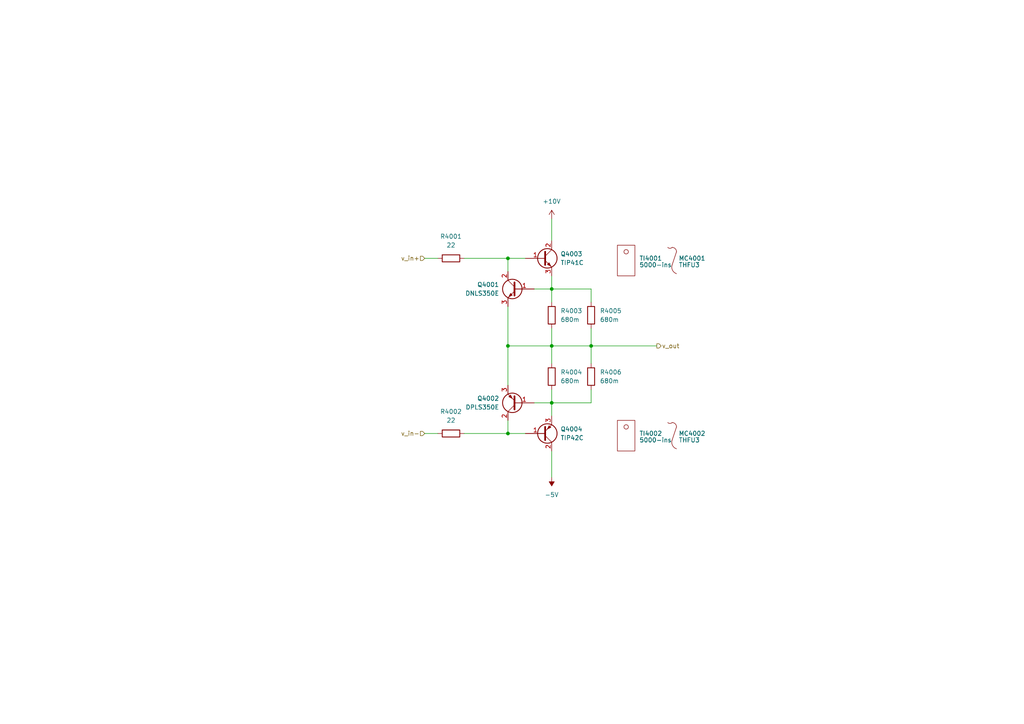
<source format=kicad_sch>
(kicad_sch
	(version 20231120)
	(generator "eeschema")
	(generator_version "8.0")
	(uuid "10c1d6a6-c525-46f9-89ab-1d91e025e8eb")
	(paper "A4")
	(title_block
		(title "Power Supply Sink")
		(date "2024-12-02")
		(rev "0.10.1")
		(company "Open Battery Tester")
		(comment 1 "Emitter Follower")
	)
	(lib_symbols
		(symbol "pss:+10V"
			(power)
			(pin_numbers hide)
			(pin_names
				(offset 0) hide)
			(exclude_from_sim no)
			(in_bom yes)
			(on_board yes)
			(property "Reference" "#PWR"
				(at 0 -3.81 0)
				(effects
					(font
						(size 1.27 1.27)
					)
					(hide yes)
				)
			)
			(property "Value" "+10V"
				(at 0 3.556 0)
				(effects
					(font
						(size 1.27 1.27)
					)
				)
			)
			(property "Footprint" ""
				(at 0 0 0)
				(effects
					(font
						(size 1.27 1.27)
					)
					(hide yes)
				)
			)
			(property "Datasheet" ""
				(at 0 0 0)
				(effects
					(font
						(size 1.27 1.27)
					)
					(hide yes)
				)
			)
			(property "Description" "Power symbol creates a global label with name \"+10V\""
				(at 0 0 0)
				(effects
					(font
						(size 1.27 1.27)
					)
					(hide yes)
				)
			)
			(property "ki_keywords" "global power"
				(at 0 0 0)
				(effects
					(font
						(size 1.27 1.27)
					)
					(hide yes)
				)
			)
			(symbol "+10V_0_1"
				(polyline
					(pts
						(xy -0.762 1.27) (xy 0 2.54)
					)
					(stroke
						(width 0)
						(type default)
					)
					(fill
						(type none)
					)
				)
				(polyline
					(pts
						(xy 0 0) (xy 0 2.54)
					)
					(stroke
						(width 0)
						(type default)
					)
					(fill
						(type none)
					)
				)
				(polyline
					(pts
						(xy 0 2.54) (xy 0.762 1.27)
					)
					(stroke
						(width 0)
						(type default)
					)
					(fill
						(type none)
					)
				)
			)
			(symbol "+10V_1_1"
				(pin power_in line
					(at 0 0 90)
					(length 0)
					(name "~"
						(effects
							(font
								(size 1.27 1.27)
							)
						)
					)
					(number "1"
						(effects
							(font
								(size 1.27 1.27)
							)
						)
					)
				)
			)
		)
		(symbol "pss:-5V"
			(power)
			(pin_numbers hide)
			(pin_names
				(offset 0) hide)
			(exclude_from_sim no)
			(in_bom yes)
			(on_board yes)
			(property "Reference" "#PWR"
				(at 0 -3.81 0)
				(effects
					(font
						(size 1.27 1.27)
					)
					(hide yes)
				)
			)
			(property "Value" "-5V"
				(at 0 3.556 0)
				(effects
					(font
						(size 1.27 1.27)
					)
				)
			)
			(property "Footprint" ""
				(at 0 0 0)
				(effects
					(font
						(size 1.27 1.27)
					)
					(hide yes)
				)
			)
			(property "Datasheet" ""
				(at 0 0 0)
				(effects
					(font
						(size 1.27 1.27)
					)
					(hide yes)
				)
			)
			(property "Description" "Power symbol creates a global label with name \"-5V\""
				(at 0 0 0)
				(effects
					(font
						(size 1.27 1.27)
					)
					(hide yes)
				)
			)
			(property "ki_keywords" "global power"
				(at 0 0 0)
				(effects
					(font
						(size 1.27 1.27)
					)
					(hide yes)
				)
			)
			(symbol "-5V_0_0"
				(pin power_in line
					(at 0 0 90)
					(length 0)
					(name "~"
						(effects
							(font
								(size 1.27 1.27)
							)
						)
					)
					(number "1"
						(effects
							(font
								(size 1.27 1.27)
							)
						)
					)
				)
			)
			(symbol "-5V_0_1"
				(polyline
					(pts
						(xy 0 0) (xy 0 1.27) (xy 0.762 1.27) (xy 0 2.54) (xy -0.762 1.27) (xy 0 1.27)
					)
					(stroke
						(width 0)
						(type default)
					)
					(fill
						(type outline)
					)
				)
			)
		)
		(symbol "pss:R"
			(pin_numbers hide)
			(pin_names
				(offset 0)
			)
			(exclude_from_sim no)
			(in_bom yes)
			(on_board yes)
			(property "Reference" "R"
				(at 2.032 0 90)
				(effects
					(font
						(size 1.27 1.27)
					)
				)
			)
			(property "Value" "R"
				(at 0 0 90)
				(effects
					(font
						(size 1.27 1.27)
					)
				)
			)
			(property "Footprint" ""
				(at -1.778 0 90)
				(effects
					(font
						(size 1.27 1.27)
					)
					(hide yes)
				)
			)
			(property "Datasheet" "~"
				(at 0 0 0)
				(effects
					(font
						(size 1.27 1.27)
					)
					(hide yes)
				)
			)
			(property "Description" "Resistor"
				(at 0 0 0)
				(effects
					(font
						(size 1.27 1.27)
					)
					(hide yes)
				)
			)
			(property "ki_keywords" "R res resistor"
				(at 0 0 0)
				(effects
					(font
						(size 1.27 1.27)
					)
					(hide yes)
				)
			)
			(property "ki_fp_filters" "R_*"
				(at 0 0 0)
				(effects
					(font
						(size 1.27 1.27)
					)
					(hide yes)
				)
			)
			(symbol "R_0_1"
				(rectangle
					(start -1.016 -2.54)
					(end 1.016 2.54)
					(stroke
						(width 0.254)
						(type default)
					)
					(fill
						(type none)
					)
				)
			)
			(symbol "R_1_1"
				(pin passive line
					(at 0 3.81 270)
					(length 1.27)
					(name "~"
						(effects
							(font
								(size 1.27 1.27)
							)
						)
					)
					(number "1"
						(effects
							(font
								(size 1.27 1.27)
							)
						)
					)
				)
				(pin passive line
					(at 0 -3.81 90)
					(length 1.27)
					(name "~"
						(effects
							(font
								(size 1.27 1.27)
							)
						)
					)
					(number "2"
						(effects
							(font
								(size 1.27 1.27)
							)
						)
					)
				)
			)
		)
		(symbol "pss:THFU3"
			(exclude_from_sim yes)
			(in_bom yes)
			(on_board no)
			(property "Reference" "MC"
				(at 0 0 0)
				(effects
					(font
						(size 1.27 1.27)
					)
				)
			)
			(property "Value" ""
				(at 0 0 0)
				(effects
					(font
						(size 1.27 1.27)
					)
				)
			)
			(property "Footprint" ""
				(at 0 0 0)
				(effects
					(font
						(size 1.27 1.27)
					)
					(hide yes)
				)
			)
			(property "Datasheet" ""
				(at 0 0 0)
				(effects
					(font
						(size 1.27 1.27)
					)
					(hide yes)
				)
			)
			(property "Description" "Mounting Clip for press mounting of TO-220 on heatsink"
				(at 0 0 0)
				(effects
					(font
						(size 1.27 1.27)
					)
					(hide yes)
				)
			)
			(symbol "THFU3_0_1"
				(arc
					(start -0.635 3.175)
					(mid 0 2.912)
					(end 0.635 3.175)
					(stroke
						(width 0)
						(type default)
					)
					(fill
						(type none)
					)
				)
				(polyline
					(pts
						(xy 1.905 1.905) (xy 0.635 -1.905)
					)
					(stroke
						(width 0)
						(type default)
					)
					(fill
						(type none)
					)
				)
				(arc
					(start 0.635 -1.905)
					(mid 0.7439 -3.438)
					(end 1.905 -4.445)
					(stroke
						(width 0)
						(type default)
					)
					(fill
						(type none)
					)
				)
				(arc
					(start 1.905 1.905)
					(mid 1.533 2.803)
					(end 0.635 3.175)
					(stroke
						(width 0)
						(type default)
					)
					(fill
						(type none)
					)
				)
			)
		)
		(symbol "pss:TIP41C"
			(pin_names
				(offset 0) hide)
			(exclude_from_sim no)
			(in_bom yes)
			(on_board yes)
			(property "Reference" "Q"
				(at 6.35 1.905 0)
				(effects
					(font
						(size 1.27 1.27)
					)
					(justify left)
				)
			)
			(property "Value" "TIP41C"
				(at 6.35 0 0)
				(effects
					(font
						(size 1.27 1.27)
					)
					(justify left)
				)
			)
			(property "Footprint" "Package_TO_SOT_THT:TO-220-3_Vertical"
				(at 6.35 -1.905 0)
				(effects
					(font
						(size 1.27 1.27)
						(italic yes)
					)
					(justify left)
					(hide yes)
				)
			)
			(property "Datasheet" "https://www.centralsemi.com/get_document.php?cmp=1&mergetype=pd&mergepath=pd&pdf_id=tip41.PDF"
				(at 0 0 0)
				(effects
					(font
						(size 1.27 1.27)
					)
					(justify left)
					(hide yes)
				)
			)
			(property "Description" "6A Ic, 100V Vce, Power NPN Transistor, TO-220"
				(at 0 0 0)
				(effects
					(font
						(size 1.27 1.27)
					)
					(hide yes)
				)
			)
			(property "ki_keywords" "power NPN Transistor"
				(at 0 0 0)
				(effects
					(font
						(size 1.27 1.27)
					)
					(hide yes)
				)
			)
			(property "ki_fp_filters" "TO?220*"
				(at 0 0 0)
				(effects
					(font
						(size 1.27 1.27)
					)
					(hide yes)
				)
			)
			(symbol "TIP41C_0_1"
				(polyline
					(pts
						(xy 0.635 0.635) (xy 2.54 2.54)
					)
					(stroke
						(width 0)
						(type default)
					)
					(fill
						(type none)
					)
				)
				(polyline
					(pts
						(xy 0.635 -0.635) (xy 2.54 -2.54) (xy 2.54 -2.54)
					)
					(stroke
						(width 0)
						(type default)
					)
					(fill
						(type none)
					)
				)
				(polyline
					(pts
						(xy 0.635 1.905) (xy 0.635 -1.905) (xy 0.635 -1.905)
					)
					(stroke
						(width 0.508)
						(type default)
					)
					(fill
						(type none)
					)
				)
				(polyline
					(pts
						(xy 1.27 -1.778) (xy 1.778 -1.27) (xy 2.286 -2.286) (xy 1.27 -1.778) (xy 1.27 -1.778)
					)
					(stroke
						(width 0)
						(type default)
					)
					(fill
						(type outline)
					)
				)
				(circle
					(center 1.27 0)
					(radius 2.8194)
					(stroke
						(width 0.254)
						(type default)
					)
					(fill
						(type none)
					)
				)
			)
			(symbol "TIP41C_1_1"
				(pin input line
					(at -5.08 0 0)
					(length 5.715)
					(name "B"
						(effects
							(font
								(size 1.27 1.27)
							)
						)
					)
					(number "1"
						(effects
							(font
								(size 1.27 1.27)
							)
						)
					)
				)
				(pin passive line
					(at 2.54 5.08 270)
					(length 2.54)
					(name "C"
						(effects
							(font
								(size 1.27 1.27)
							)
						)
					)
					(number "2"
						(effects
							(font
								(size 1.27 1.27)
							)
						)
					)
				)
				(pin passive line
					(at 2.54 -5.08 90)
					(length 2.54)
					(name "E"
						(effects
							(font
								(size 1.27 1.27)
							)
						)
					)
					(number "3"
						(effects
							(font
								(size 1.27 1.27)
							)
						)
					)
				)
			)
		)
		(symbol "pss:TIP42C"
			(pin_names
				(offset 0) hide)
			(exclude_from_sim no)
			(in_bom yes)
			(on_board yes)
			(property "Reference" "Q"
				(at 6.35 1.905 0)
				(effects
					(font
						(size 1.27 1.27)
					)
					(justify left)
				)
			)
			(property "Value" "TIP42C"
				(at 6.35 0 0)
				(effects
					(font
						(size 1.27 1.27)
					)
					(justify left)
				)
			)
			(property "Footprint" "Package_TO_SOT_THT:TO-220-3_Vertical"
				(at 6.35 -1.905 0)
				(effects
					(font
						(size 1.27 1.27)
						(italic yes)
					)
					(justify left)
					(hide yes)
				)
			)
			(property "Datasheet" "https://www.centralsemi.com/get_document.php?cmp=1&mergetype=pd&mergepath=pd&pdf_id=TIP42.PDF"
				(at 0 0 0)
				(effects
					(font
						(size 1.27 1.27)
					)
					(justify left)
					(hide yes)
				)
			)
			(property "Description" "-6A Ic, -100V Vce, Power PNP Transistor, TO-220"
				(at 0 0 0)
				(effects
					(font
						(size 1.27 1.27)
					)
					(hide yes)
				)
			)
			(property "ki_keywords" "power PNP Transistor"
				(at 0 0 0)
				(effects
					(font
						(size 1.27 1.27)
					)
					(hide yes)
				)
			)
			(property "ki_fp_filters" "TO?220*"
				(at 0 0 0)
				(effects
					(font
						(size 1.27 1.27)
					)
					(hide yes)
				)
			)
			(symbol "TIP42C_0_1"
				(polyline
					(pts
						(xy 0.635 0.635) (xy 2.54 2.54)
					)
					(stroke
						(width 0)
						(type default)
					)
					(fill
						(type none)
					)
				)
				(polyline
					(pts
						(xy 0.635 -0.635) (xy 2.54 -2.54) (xy 2.54 -2.54)
					)
					(stroke
						(width 0)
						(type default)
					)
					(fill
						(type none)
					)
				)
				(polyline
					(pts
						(xy 0.635 1.905) (xy 0.635 -1.905) (xy 0.635 -1.905)
					)
					(stroke
						(width 0.508)
						(type default)
					)
					(fill
						(type none)
					)
				)
				(polyline
					(pts
						(xy 2.286 -1.778) (xy 1.778 -2.286) (xy 1.27 -1.27) (xy 2.286 -1.778) (xy 2.286 -1.778)
					)
					(stroke
						(width 0)
						(type default)
					)
					(fill
						(type outline)
					)
				)
				(circle
					(center 1.27 0)
					(radius 2.8194)
					(stroke
						(width 0.254)
						(type default)
					)
					(fill
						(type none)
					)
				)
			)
			(symbol "TIP42C_1_1"
				(pin input line
					(at -5.08 0 0)
					(length 5.715)
					(name "B"
						(effects
							(font
								(size 1.27 1.27)
							)
						)
					)
					(number "1"
						(effects
							(font
								(size 1.27 1.27)
							)
						)
					)
				)
				(pin passive line
					(at 2.54 5.08 270)
					(length 2.54)
					(name "C"
						(effects
							(font
								(size 1.27 1.27)
							)
						)
					)
					(number "2"
						(effects
							(font
								(size 1.27 1.27)
							)
						)
					)
				)
				(pin passive line
					(at 2.54 -5.08 90)
					(length 2.54)
					(name "E"
						(effects
							(font
								(size 1.27 1.27)
							)
						)
					)
					(number "3"
						(effects
							(font
								(size 1.27 1.27)
							)
						)
					)
				)
			)
		)
		(symbol "pss:Thermal_Insulator"
			(exclude_from_sim yes)
			(in_bom yes)
			(on_board no)
			(property "Reference" "TI"
				(at 0 0 0)
				(effects
					(font
						(size 1.27 1.27)
					)
				)
			)
			(property "Value" ""
				(at 0 0 0)
				(effects
					(font
						(size 1.27 1.27)
					)
				)
			)
			(property "Footprint" ""
				(at 0 0 0)
				(effects
					(font
						(size 1.27 1.27)
					)
					(hide yes)
				)
			)
			(property "Datasheet" ""
				(at 0 0 0)
				(effects
					(font
						(size 1.27 1.27)
					)
					(hide yes)
				)
			)
			(property "Description" "Thermal component for electrical insulation of heatsink"
				(at 0 0 0)
				(effects
					(font
						(size 1.27 1.27)
					)
					(hide yes)
				)
			)
			(symbol "Thermal_Insulator_0_1"
				(rectangle
					(start -2.54 3.81)
					(end 2.54 -5.08)
					(stroke
						(width 0)
						(type default)
					)
					(fill
						(type none)
					)
				)
				(circle
					(center 0 1.905)
					(radius 0.635)
					(stroke
						(width 0)
						(type default)
					)
					(fill
						(type none)
					)
				)
			)
		)
	)
	(junction
		(at 160.02 116.84)
		(diameter 0)
		(color 0 0 0 0)
		(uuid "167b4e3f-56c6-4109-9619-1c3b8f6bddb7")
	)
	(junction
		(at 147.32 125.73)
		(diameter 0)
		(color 0 0 0 0)
		(uuid "37a66b0e-9e6f-41a7-9b9f-20b597b1c0f5")
	)
	(junction
		(at 147.32 74.93)
		(diameter 0)
		(color 0 0 0 0)
		(uuid "705afa8a-6a08-4d96-a964-7cc296b1d214")
	)
	(junction
		(at 171.45 100.33)
		(diameter 0)
		(color 0 0 0 0)
		(uuid "7483518f-2881-47e0-ad48-77f227645b0a")
	)
	(junction
		(at 147.32 100.33)
		(diameter 0)
		(color 0 0 0 0)
		(uuid "9c88b304-ee02-48dd-ae09-7a1014d626c5")
	)
	(junction
		(at 160.02 83.82)
		(diameter 0)
		(color 0 0 0 0)
		(uuid "a06344e5-e9ef-4eb2-8cda-e459a75a8bf3")
	)
	(junction
		(at 160.02 100.33)
		(diameter 0)
		(color 0 0 0 0)
		(uuid "d6970eaa-a413-4144-b7ab-d9848d705efc")
	)
	(wire
		(pts
			(xy 134.62 125.73) (xy 147.32 125.73)
		)
		(stroke
			(width 0)
			(type default)
		)
		(uuid "184ed323-96c4-4552-93af-1dacc02aeac5")
	)
	(wire
		(pts
			(xy 171.45 100.33) (xy 171.45 105.41)
		)
		(stroke
			(width 0)
			(type default)
		)
		(uuid "1b4efa28-8b93-4beb-b3d3-65ea497d2af5")
	)
	(wire
		(pts
			(xy 160.02 130.81) (xy 160.02 138.43)
		)
		(stroke
			(width 0)
			(type default)
		)
		(uuid "1e2bef81-efe0-460b-9390-5fa9368ef00e")
	)
	(wire
		(pts
			(xy 154.94 116.84) (xy 160.02 116.84)
		)
		(stroke
			(width 0)
			(type default)
		)
		(uuid "28d40279-6f74-4612-af68-75fb2c82af02")
	)
	(wire
		(pts
			(xy 171.45 95.25) (xy 171.45 100.33)
		)
		(stroke
			(width 0)
			(type default)
		)
		(uuid "2e23ce62-2c51-4103-b509-e6952d9170bd")
	)
	(wire
		(pts
			(xy 160.02 83.82) (xy 160.02 87.63)
		)
		(stroke
			(width 0)
			(type default)
		)
		(uuid "500a2af2-1590-4d9d-8d22-7dcecf39c921")
	)
	(wire
		(pts
			(xy 160.02 100.33) (xy 160.02 105.41)
		)
		(stroke
			(width 0)
			(type default)
		)
		(uuid "55f233fa-897d-49fb-826a-7fe6c646cf2e")
	)
	(wire
		(pts
			(xy 154.94 83.82) (xy 160.02 83.82)
		)
		(stroke
			(width 0)
			(type default)
		)
		(uuid "69615475-2aba-42a9-a02c-0dcdc4400552")
	)
	(wire
		(pts
			(xy 147.32 100.33) (xy 160.02 100.33)
		)
		(stroke
			(width 0)
			(type default)
		)
		(uuid "71233810-869b-4299-b6dd-fa6d3fe19915")
	)
	(wire
		(pts
			(xy 123.19 125.73) (xy 127 125.73)
		)
		(stroke
			(width 0)
			(type default)
		)
		(uuid "72ee8f5c-21ea-4f55-97a6-a260a2a0bcf6")
	)
	(wire
		(pts
			(xy 171.45 83.82) (xy 160.02 83.82)
		)
		(stroke
			(width 0)
			(type default)
		)
		(uuid "81cb12dd-d9b5-4ac7-9f21-689b24061b60")
	)
	(wire
		(pts
			(xy 171.45 83.82) (xy 171.45 87.63)
		)
		(stroke
			(width 0)
			(type default)
		)
		(uuid "8635d6cc-1502-43e6-ac82-e55955b5c60b")
	)
	(wire
		(pts
			(xy 160.02 116.84) (xy 160.02 120.65)
		)
		(stroke
			(width 0)
			(type default)
		)
		(uuid "8adef64f-98e3-4ca5-b755-6c01407a9c75")
	)
	(wire
		(pts
			(xy 171.45 113.03) (xy 171.45 116.84)
		)
		(stroke
			(width 0)
			(type default)
		)
		(uuid "8d1cc106-35f2-4843-8804-1e3b10f130c0")
	)
	(wire
		(pts
			(xy 147.32 88.9) (xy 147.32 100.33)
		)
		(stroke
			(width 0)
			(type default)
		)
		(uuid "aea8f644-4eb2-4489-bdc6-7593752ab71a")
	)
	(wire
		(pts
			(xy 147.32 74.93) (xy 152.4 74.93)
		)
		(stroke
			(width 0)
			(type default)
		)
		(uuid "afc1a285-7de6-4394-b0dc-071fa92723e6")
	)
	(wire
		(pts
			(xy 147.32 125.73) (xy 152.4 125.73)
		)
		(stroke
			(width 0)
			(type default)
		)
		(uuid "b662b9e9-e14f-432c-acb7-ad79bcfad047")
	)
	(wire
		(pts
			(xy 160.02 80.01) (xy 160.02 83.82)
		)
		(stroke
			(width 0)
			(type default)
		)
		(uuid "b71f1221-c27d-44f8-88d4-af12b4b11ca1")
	)
	(wire
		(pts
			(xy 147.32 74.93) (xy 147.32 78.74)
		)
		(stroke
			(width 0)
			(type default)
		)
		(uuid "b775c1c5-970f-47ea-9677-29639519e5e3")
	)
	(wire
		(pts
			(xy 160.02 63.5) (xy 160.02 69.85)
		)
		(stroke
			(width 0)
			(type default)
		)
		(uuid "bb8c8e7c-a69f-4e68-94c3-94ed1b2755d2")
	)
	(wire
		(pts
			(xy 160.02 95.25) (xy 160.02 100.33)
		)
		(stroke
			(width 0)
			(type default)
		)
		(uuid "bca57ee0-7f8d-4bf6-8543-24f42efe48b1")
	)
	(wire
		(pts
			(xy 134.62 74.93) (xy 147.32 74.93)
		)
		(stroke
			(width 0)
			(type default)
		)
		(uuid "be118d3c-8e8a-4fdb-ab7b-9d141c864446")
	)
	(wire
		(pts
			(xy 171.45 100.33) (xy 190.5 100.33)
		)
		(stroke
			(width 0)
			(type default)
		)
		(uuid "bfe2d811-9086-43b5-9d38-3cf419dc12dd")
	)
	(wire
		(pts
			(xy 160.02 100.33) (xy 171.45 100.33)
		)
		(stroke
			(width 0)
			(type default)
		)
		(uuid "d69f429a-3b5b-4e3f-96c7-f54b02608582")
	)
	(wire
		(pts
			(xy 147.32 100.33) (xy 147.32 111.76)
		)
		(stroke
			(width 0)
			(type default)
		)
		(uuid "d7990dd6-b682-4219-b4b7-1bef7719a6a8")
	)
	(wire
		(pts
			(xy 147.32 121.92) (xy 147.32 125.73)
		)
		(stroke
			(width 0)
			(type default)
		)
		(uuid "da8da617-5029-48e6-9f16-11457972c97d")
	)
	(wire
		(pts
			(xy 123.19 74.93) (xy 127 74.93)
		)
		(stroke
			(width 0)
			(type default)
		)
		(uuid "f12dacd5-2a35-4c8c-b972-cd5d8532b0e6")
	)
	(wire
		(pts
			(xy 171.45 116.84) (xy 160.02 116.84)
		)
		(stroke
			(width 0)
			(type default)
		)
		(uuid "f193499f-ee50-4010-8984-42595d7d4903")
	)
	(wire
		(pts
			(xy 160.02 113.03) (xy 160.02 116.84)
		)
		(stroke
			(width 0)
			(type default)
		)
		(uuid "f6065be6-5007-4301-87ec-81a02610b059")
	)
	(hierarchical_label "v_out"
		(shape output)
		(at 190.5 100.33 0)
		(fields_autoplaced yes)
		(effects
			(font
				(size 1.27 1.27)
			)
			(justify left)
		)
		(uuid "cfbe4253-684f-461e-9b8d-52e2d81e5f3c")
	)
	(hierarchical_label "v_in+"
		(shape input)
		(at 123.19 74.93 180)
		(fields_autoplaced yes)
		(effects
			(font
				(size 1.27 1.27)
			)
			(justify right)
		)
		(uuid "d26f8848-7d8b-492a-81ef-21399839a4ab")
	)
	(hierarchical_label "v_in-"
		(shape input)
		(at 123.19 125.73 180)
		(fields_autoplaced yes)
		(effects
			(font
				(size 1.27 1.27)
			)
			(justify right)
		)
		(uuid "ebaae723-e7c7-4a5c-a84c-054ac3eba64a")
	)
	(symbol
		(lib_id "pss:R")
		(at 130.81 74.93 90)
		(unit 1)
		(exclude_from_sim no)
		(in_bom yes)
		(on_board yes)
		(dnp no)
		(fields_autoplaced yes)
		(uuid "009bd3ee-0653-4c9d-9028-ed2cf1b72caa")
		(property "Reference" "R4001"
			(at 130.81 68.58 90)
			(effects
				(font
					(size 1.27 1.27)
				)
			)
		)
		(property "Value" "22"
			(at 130.81 71.12 90)
			(effects
				(font
					(size 1.27 1.27)
				)
			)
		)
		(property "Footprint" "Resistor_THT:R_Axial_DIN0617_L17.0mm_D6.0mm_P20.32mm_Horizontal"
			(at 130.81 76.708 90)
			(effects
				(font
					(size 1.27 1.27)
				)
				(hide yes)
			)
		)
		(property "Datasheet" "https://www.mouser.de/datasheet/2/418/8/NG_DS_3_1773449_2_E-734389.pdf"
			(at 130.81 74.93 0)
			(effects
				(font
					(size 1.27 1.27)
				)
				(hide yes)
			)
		)
		(property "Description" "Resistor"
			(at 130.81 74.93 0)
			(effects
				(font
					(size 1.27 1.27)
				)
				(hide yes)
			)
		)
		(property "MPN" "RR03J22RTB"
			(at 130.81 74.93 0)
			(effects
				(font
					(size 1.27 1.27)
				)
				(hide yes)
			)
		)
		(property "VPN" "279-RR03J22RTB"
			(at 130.81 74.93 0)
			(effects
				(font
					(size 1.27 1.27)
				)
				(hide yes)
			)
		)
		(pin "2"
			(uuid "2712b07e-3e84-4eb1-8e31-56ac9e8faf6d")
		)
		(pin "1"
			(uuid "90de6a51-a36c-44c7-9896-f7141dc1aea9")
		)
		(instances
			(project "pss"
				(path "/3c438cf7-9350-4e9f-8115-1deba8984176/2f3feae7-a9ea-4cb9-8521-c9b88e99d2e7/fa72958a-5878-4cc9-a5da-a04578e325a8/fc2ed052-df09-4ddc-ba2c-65813cdfdb98"
					(reference "R4001")
					(unit 1)
				)
				(path "/3c438cf7-9350-4e9f-8115-1deba8984176/2f3feae7-a9ea-4cb9-8521-c9b88e99d2e7/fa72958a-5878-4cc9-a5da-a04578e325a8/3ac5bfd4-322b-4b4e-b291-daf0eabe32b3"
					(reference "R5001")
					(unit 1)
				)
				(path "/3c438cf7-9350-4e9f-8115-1deba8984176/2f3feae7-a9ea-4cb9-8521-c9b88e99d2e7/fa72958a-5878-4cc9-a5da-a04578e325a8/e69a708c-8469-4c0f-bea8-99e69127895b"
					(reference "R6001")
					(unit 1)
				)
				(path "/3c438cf7-9350-4e9f-8115-1deba8984176/2f3feae7-a9ea-4cb9-8521-c9b88e99d2e7/fa72958a-5878-4cc9-a5da-a04578e325a8/ce06b8f9-1583-4304-8864-af0527b64382"
					(reference "R7001")
					(unit 1)
				)
				(path "/3c438cf7-9350-4e9f-8115-1deba8984176/2f3feae7-a9ea-4cb9-8521-c9b88e99d2e7/fa72958a-5878-4cc9-a5da-a04578e325a8/0dc27ff4-0252-41f5-aaba-84a82340be52"
					(reference "R8001")
					(unit 1)
				)
				(path "/3c438cf7-9350-4e9f-8115-1deba8984176/2f3feae7-a9ea-4cb9-8521-c9b88e99d2e7/fa72958a-5878-4cc9-a5da-a04578e325a8/432d4703-970a-49e3-83e4-9ff2241f6220"
					(reference "R9001")
					(unit 1)
				)
				(path "/3c438cf7-9350-4e9f-8115-1deba8984176/2f3feae7-a9ea-4cb9-8521-c9b88e99d2e7/fa72958a-5878-4cc9-a5da-a04578e325a8/04b10879-c4f7-4aa1-83c0-680d55aeab07"
					(reference "R10001")
					(unit 1)
				)
				(path "/3c438cf7-9350-4e9f-8115-1deba8984176/2f3feae7-a9ea-4cb9-8521-c9b88e99d2e7/fa72958a-5878-4cc9-a5da-a04578e325a8/7fb76cf0-9304-4e93-9191-bdb1de3a182a"
					(reference "R11001")
					(unit 1)
				)
				(path "/3c438cf7-9350-4e9f-8115-1deba8984176/2f3feae7-a9ea-4cb9-8521-c9b88e99d2e7/fa72958a-5878-4cc9-a5da-a04578e325a8/07a7a2c5-3125-42eb-b7d2-ab9e4fee9435"
					(reference "R12001")
					(unit 1)
				)
				(path "/3c438cf7-9350-4e9f-8115-1deba8984176/2f3feae7-a9ea-4cb9-8521-c9b88e99d2e7/fa72958a-5878-4cc9-a5da-a04578e325a8/7dd50d98-f606-45de-b856-f7bc2726e6bb"
					(reference "R13001")
					(unit 1)
				)
				(path "/3c438cf7-9350-4e9f-8115-1deba8984176/2f3feae7-a9ea-4cb9-8521-c9b88e99d2e7/fa72958a-5878-4cc9-a5da-a04578e325a8/2d405ed7-d8e3-4f0a-8915-f91d206781b5"
					(reference "R14001")
					(unit 1)
				)
				(path "/3c438cf7-9350-4e9f-8115-1deba8984176/2f3feae7-a9ea-4cb9-8521-c9b88e99d2e7/fa72958a-5878-4cc9-a5da-a04578e325a8/15855d7c-f960-446c-a740-04c42b6ce371"
					(reference "R15001")
					(unit 1)
				)
			)
		)
	)
	(symbol
		(lib_id "pss:R")
		(at 130.81 125.73 90)
		(unit 1)
		(exclude_from_sim no)
		(in_bom yes)
		(on_board yes)
		(dnp no)
		(fields_autoplaced yes)
		(uuid "0b456d11-d2c1-42db-8276-38846f9706f7")
		(property "Reference" "R4002"
			(at 130.81 119.38 90)
			(effects
				(font
					(size 1.27 1.27)
				)
			)
		)
		(property "Value" "22"
			(at 130.81 121.92 90)
			(effects
				(font
					(size 1.27 1.27)
				)
			)
		)
		(property "Footprint" "Resistor_THT:R_Axial_DIN0617_L17.0mm_D6.0mm_P20.32mm_Horizontal"
			(at 130.81 127.508 90)
			(effects
				(font
					(size 1.27 1.27)
				)
				(hide yes)
			)
		)
		(property "Datasheet" "https://www.mouser.de/datasheet/2/418/8/NG_DS_3_1773449_2_E-734389.pdf"
			(at 130.81 125.73 0)
			(effects
				(font
					(size 1.27 1.27)
				)
				(hide yes)
			)
		)
		(property "Description" "Resistor"
			(at 130.81 125.73 0)
			(effects
				(font
					(size 1.27 1.27)
				)
				(hide yes)
			)
		)
		(property "MPN" "RR03J22RTB"
			(at 130.81 125.73 0)
			(effects
				(font
					(size 1.27 1.27)
				)
				(hide yes)
			)
		)
		(property "VPN" "279-RR03J22RTB"
			(at 130.81 125.73 0)
			(effects
				(font
					(size 1.27 1.27)
				)
				(hide yes)
			)
		)
		(pin "2"
			(uuid "db42ce5a-4b2d-4af6-a112-eeb1989c10ea")
		)
		(pin "1"
			(uuid "2bd576a8-72b5-42a2-bf35-67a875a76eb0")
		)
		(instances
			(project "pss"
				(path "/3c438cf7-9350-4e9f-8115-1deba8984176/2f3feae7-a9ea-4cb9-8521-c9b88e99d2e7/fa72958a-5878-4cc9-a5da-a04578e325a8/fc2ed052-df09-4ddc-ba2c-65813cdfdb98"
					(reference "R4002")
					(unit 1)
				)
				(path "/3c438cf7-9350-4e9f-8115-1deba8984176/2f3feae7-a9ea-4cb9-8521-c9b88e99d2e7/fa72958a-5878-4cc9-a5da-a04578e325a8/3ac5bfd4-322b-4b4e-b291-daf0eabe32b3"
					(reference "R5002")
					(unit 1)
				)
				(path "/3c438cf7-9350-4e9f-8115-1deba8984176/2f3feae7-a9ea-4cb9-8521-c9b88e99d2e7/fa72958a-5878-4cc9-a5da-a04578e325a8/e69a708c-8469-4c0f-bea8-99e69127895b"
					(reference "R6002")
					(unit 1)
				)
				(path "/3c438cf7-9350-4e9f-8115-1deba8984176/2f3feae7-a9ea-4cb9-8521-c9b88e99d2e7/fa72958a-5878-4cc9-a5da-a04578e325a8/ce06b8f9-1583-4304-8864-af0527b64382"
					(reference "R7002")
					(unit 1)
				)
				(path "/3c438cf7-9350-4e9f-8115-1deba8984176/2f3feae7-a9ea-4cb9-8521-c9b88e99d2e7/fa72958a-5878-4cc9-a5da-a04578e325a8/0dc27ff4-0252-41f5-aaba-84a82340be52"
					(reference "R8002")
					(unit 1)
				)
				(path "/3c438cf7-9350-4e9f-8115-1deba8984176/2f3feae7-a9ea-4cb9-8521-c9b88e99d2e7/fa72958a-5878-4cc9-a5da-a04578e325a8/432d4703-970a-49e3-83e4-9ff2241f6220"
					(reference "R9002")
					(unit 1)
				)
				(path "/3c438cf7-9350-4e9f-8115-1deba8984176/2f3feae7-a9ea-4cb9-8521-c9b88e99d2e7/fa72958a-5878-4cc9-a5da-a04578e325a8/04b10879-c4f7-4aa1-83c0-680d55aeab07"
					(reference "R10002")
					(unit 1)
				)
				(path "/3c438cf7-9350-4e9f-8115-1deba8984176/2f3feae7-a9ea-4cb9-8521-c9b88e99d2e7/fa72958a-5878-4cc9-a5da-a04578e325a8/7fb76cf0-9304-4e93-9191-bdb1de3a182a"
					(reference "R11002")
					(unit 1)
				)
				(path "/3c438cf7-9350-4e9f-8115-1deba8984176/2f3feae7-a9ea-4cb9-8521-c9b88e99d2e7/fa72958a-5878-4cc9-a5da-a04578e325a8/07a7a2c5-3125-42eb-b7d2-ab9e4fee9435"
					(reference "R12002")
					(unit 1)
				)
				(path "/3c438cf7-9350-4e9f-8115-1deba8984176/2f3feae7-a9ea-4cb9-8521-c9b88e99d2e7/fa72958a-5878-4cc9-a5da-a04578e325a8/7dd50d98-f606-45de-b856-f7bc2726e6bb"
					(reference "R13002")
					(unit 1)
				)
				(path "/3c438cf7-9350-4e9f-8115-1deba8984176/2f3feae7-a9ea-4cb9-8521-c9b88e99d2e7/fa72958a-5878-4cc9-a5da-a04578e325a8/2d405ed7-d8e3-4f0a-8915-f91d206781b5"
					(reference "R14002")
					(unit 1)
				)
				(path "/3c438cf7-9350-4e9f-8115-1deba8984176/2f3feae7-a9ea-4cb9-8521-c9b88e99d2e7/fa72958a-5878-4cc9-a5da-a04578e325a8/15855d7c-f960-446c-a740-04c42b6ce371"
					(reference "R15002")
					(unit 1)
				)
			)
		)
	)
	(symbol
		(lib_id "pss:THFU3")
		(at 194.31 125.73 0)
		(unit 1)
		(exclude_from_sim yes)
		(in_bom yes)
		(on_board no)
		(dnp no)
		(fields_autoplaced yes)
		(uuid "1a5d823d-a098-4b0b-ad48-82500e082dd2")
		(property "Reference" "MC4002"
			(at 196.85 125.7299 0)
			(effects
				(font
					(size 1.27 1.27)
				)
				(justify left)
			)
		)
		(property "Value" "THFU3"
			(at 196.85 127.635 0)
			(effects
				(font
					(size 1.27 1.27)
				)
				(justify left)
			)
		)
		(property "Footprint" ""
			(at 194.31 125.73 0)
			(effects
				(font
					(size 1.27 1.27)
				)
				(hide yes)
			)
		)
		(property "Datasheet" "https://fischerelektronik.de/web_fischer/en_GB/VA/THFU3/datasheet.xhtml;jsessionid=5770B526AEBA62D4497BB978A14949ED?branch=heatsinks"
			(at 194.31 125.73 0)
			(effects
				(font
					(size 1.27 1.27)
				)
				(hide yes)
			)
		)
		(property "Description" "Mounting Clip for press mounting of TO-220 on heatsink"
			(at 194.31 125.73 0)
			(effects
				(font
					(size 1.27 1.27)
				)
				(hide yes)
			)
		)
		(property "VPN" ""
			(at 194.31 125.73 0)
			(effects
				(font
					(size 1.27 1.27)
				)
				(hide yes)
			)
		)
		(property "MPN" "THFU 3"
			(at 194.31 125.73 0)
			(effects
				(font
					(size 1.27 1.27)
				)
				(hide yes)
			)
		)
		(instances
			(project "pss"
				(path "/3c438cf7-9350-4e9f-8115-1deba8984176/2f3feae7-a9ea-4cb9-8521-c9b88e99d2e7/fa72958a-5878-4cc9-a5da-a04578e325a8/fc2ed052-df09-4ddc-ba2c-65813cdfdb98"
					(reference "MC4002")
					(unit 1)
				)
				(path "/3c438cf7-9350-4e9f-8115-1deba8984176/2f3feae7-a9ea-4cb9-8521-c9b88e99d2e7/fa72958a-5878-4cc9-a5da-a04578e325a8/3ac5bfd4-322b-4b4e-b291-daf0eabe32b3"
					(reference "MC5002")
					(unit 1)
				)
				(path "/3c438cf7-9350-4e9f-8115-1deba8984176/2f3feae7-a9ea-4cb9-8521-c9b88e99d2e7/fa72958a-5878-4cc9-a5da-a04578e325a8/e69a708c-8469-4c0f-bea8-99e69127895b"
					(reference "MC6002")
					(unit 1)
				)
				(path "/3c438cf7-9350-4e9f-8115-1deba8984176/2f3feae7-a9ea-4cb9-8521-c9b88e99d2e7/fa72958a-5878-4cc9-a5da-a04578e325a8/ce06b8f9-1583-4304-8864-af0527b64382"
					(reference "MC7002")
					(unit 1)
				)
				(path "/3c438cf7-9350-4e9f-8115-1deba8984176/2f3feae7-a9ea-4cb9-8521-c9b88e99d2e7/fa72958a-5878-4cc9-a5da-a04578e325a8/0dc27ff4-0252-41f5-aaba-84a82340be52"
					(reference "MC8002")
					(unit 1)
				)
				(path "/3c438cf7-9350-4e9f-8115-1deba8984176/2f3feae7-a9ea-4cb9-8521-c9b88e99d2e7/fa72958a-5878-4cc9-a5da-a04578e325a8/432d4703-970a-49e3-83e4-9ff2241f6220"
					(reference "MC9002")
					(unit 1)
				)
				(path "/3c438cf7-9350-4e9f-8115-1deba8984176/2f3feae7-a9ea-4cb9-8521-c9b88e99d2e7/fa72958a-5878-4cc9-a5da-a04578e325a8/04b10879-c4f7-4aa1-83c0-680d55aeab07"
					(reference "MC10002")
					(unit 1)
				)
				(path "/3c438cf7-9350-4e9f-8115-1deba8984176/2f3feae7-a9ea-4cb9-8521-c9b88e99d2e7/fa72958a-5878-4cc9-a5da-a04578e325a8/7fb76cf0-9304-4e93-9191-bdb1de3a182a"
					(reference "MC11002")
					(unit 1)
				)
				(path "/3c438cf7-9350-4e9f-8115-1deba8984176/2f3feae7-a9ea-4cb9-8521-c9b88e99d2e7/fa72958a-5878-4cc9-a5da-a04578e325a8/07a7a2c5-3125-42eb-b7d2-ab9e4fee9435"
					(reference "MC12002")
					(unit 1)
				)
				(path "/3c438cf7-9350-4e9f-8115-1deba8984176/2f3feae7-a9ea-4cb9-8521-c9b88e99d2e7/fa72958a-5878-4cc9-a5da-a04578e325a8/7dd50d98-f606-45de-b856-f7bc2726e6bb"
					(reference "MC13002")
					(unit 1)
				)
				(path "/3c438cf7-9350-4e9f-8115-1deba8984176/2f3feae7-a9ea-4cb9-8521-c9b88e99d2e7/fa72958a-5878-4cc9-a5da-a04578e325a8/2d405ed7-d8e3-4f0a-8915-f91d206781b5"
					(reference "MC14002")
					(unit 1)
				)
				(path "/3c438cf7-9350-4e9f-8115-1deba8984176/2f3feae7-a9ea-4cb9-8521-c9b88e99d2e7/fa72958a-5878-4cc9-a5da-a04578e325a8/15855d7c-f960-446c-a740-04c42b6ce371"
					(reference "MC15002")
					(unit 1)
				)
			)
		)
	)
	(symbol
		(lib_id "pss:+10V")
		(at 160.02 63.5 0)
		(unit 1)
		(exclude_from_sim no)
		(in_bom yes)
		(on_board yes)
		(dnp no)
		(fields_autoplaced yes)
		(uuid "25a49a55-d935-4c61-a2d8-d4771fae166d")
		(property "Reference" "#PWR04001"
			(at 160.02 67.31 0)
			(effects
				(font
					(size 1.27 1.27)
				)
				(hide yes)
			)
		)
		(property "Value" "+10V"
			(at 160.02 58.42 0)
			(effects
				(font
					(size 1.27 1.27)
				)
			)
		)
		(property "Footprint" ""
			(at 160.02 63.5 0)
			(effects
				(font
					(size 1.27 1.27)
				)
				(hide yes)
			)
		)
		(property "Datasheet" ""
			(at 160.02 63.5 0)
			(effects
				(font
					(size 1.27 1.27)
				)
				(hide yes)
			)
		)
		(property "Description" "Power symbol creates a global label with name \"+10V\""
			(at 160.02 63.5 0)
			(effects
				(font
					(size 1.27 1.27)
				)
				(hide yes)
			)
		)
		(pin "1"
			(uuid "01746e5c-e0f1-4586-abd0-79b20bb38834")
		)
		(instances
			(project "pss"
				(path "/3c438cf7-9350-4e9f-8115-1deba8984176/2f3feae7-a9ea-4cb9-8521-c9b88e99d2e7/fa72958a-5878-4cc9-a5da-a04578e325a8/fc2ed052-df09-4ddc-ba2c-65813cdfdb98"
					(reference "#PWR04001")
					(unit 1)
				)
				(path "/3c438cf7-9350-4e9f-8115-1deba8984176/2f3feae7-a9ea-4cb9-8521-c9b88e99d2e7/fa72958a-5878-4cc9-a5da-a04578e325a8/3ac5bfd4-322b-4b4e-b291-daf0eabe32b3"
					(reference "#PWR05001")
					(unit 1)
				)
				(path "/3c438cf7-9350-4e9f-8115-1deba8984176/2f3feae7-a9ea-4cb9-8521-c9b88e99d2e7/fa72958a-5878-4cc9-a5da-a04578e325a8/e69a708c-8469-4c0f-bea8-99e69127895b"
					(reference "#PWR06001")
					(unit 1)
				)
				(path "/3c438cf7-9350-4e9f-8115-1deba8984176/2f3feae7-a9ea-4cb9-8521-c9b88e99d2e7/fa72958a-5878-4cc9-a5da-a04578e325a8/ce06b8f9-1583-4304-8864-af0527b64382"
					(reference "#PWR07001")
					(unit 1)
				)
				(path "/3c438cf7-9350-4e9f-8115-1deba8984176/2f3feae7-a9ea-4cb9-8521-c9b88e99d2e7/fa72958a-5878-4cc9-a5da-a04578e325a8/0dc27ff4-0252-41f5-aaba-84a82340be52"
					(reference "#PWR08001")
					(unit 1)
				)
				(path "/3c438cf7-9350-4e9f-8115-1deba8984176/2f3feae7-a9ea-4cb9-8521-c9b88e99d2e7/fa72958a-5878-4cc9-a5da-a04578e325a8/432d4703-970a-49e3-83e4-9ff2241f6220"
					(reference "#PWR09001")
					(unit 1)
				)
				(path "/3c438cf7-9350-4e9f-8115-1deba8984176/2f3feae7-a9ea-4cb9-8521-c9b88e99d2e7/fa72958a-5878-4cc9-a5da-a04578e325a8/04b10879-c4f7-4aa1-83c0-680d55aeab07"
					(reference "#PWR010001")
					(unit 1)
				)
				(path "/3c438cf7-9350-4e9f-8115-1deba8984176/2f3feae7-a9ea-4cb9-8521-c9b88e99d2e7/fa72958a-5878-4cc9-a5da-a04578e325a8/7fb76cf0-9304-4e93-9191-bdb1de3a182a"
					(reference "#PWR011001")
					(unit 1)
				)
				(path "/3c438cf7-9350-4e9f-8115-1deba8984176/2f3feae7-a9ea-4cb9-8521-c9b88e99d2e7/fa72958a-5878-4cc9-a5da-a04578e325a8/07a7a2c5-3125-42eb-b7d2-ab9e4fee9435"
					(reference "#PWR012001")
					(unit 1)
				)
				(path "/3c438cf7-9350-4e9f-8115-1deba8984176/2f3feae7-a9ea-4cb9-8521-c9b88e99d2e7/fa72958a-5878-4cc9-a5da-a04578e325a8/7dd50d98-f606-45de-b856-f7bc2726e6bb"
					(reference "#PWR013001")
					(unit 1)
				)
				(path "/3c438cf7-9350-4e9f-8115-1deba8984176/2f3feae7-a9ea-4cb9-8521-c9b88e99d2e7/fa72958a-5878-4cc9-a5da-a04578e325a8/2d405ed7-d8e3-4f0a-8915-f91d206781b5"
					(reference "#PWR014001")
					(unit 1)
				)
				(path "/3c438cf7-9350-4e9f-8115-1deba8984176/2f3feae7-a9ea-4cb9-8521-c9b88e99d2e7/fa72958a-5878-4cc9-a5da-a04578e325a8/15855d7c-f960-446c-a740-04c42b6ce371"
					(reference "#PWR015001")
					(unit 1)
				)
			)
		)
	)
	(symbol
		(lib_id "pss:R")
		(at 160.02 109.22 0)
		(unit 1)
		(exclude_from_sim no)
		(in_bom yes)
		(on_board yes)
		(dnp no)
		(fields_autoplaced yes)
		(uuid "273299d6-c041-41f1-bbf2-159480b67a98")
		(property "Reference" "R4004"
			(at 162.56 107.9499 0)
			(effects
				(font
					(size 1.27 1.27)
				)
				(justify left)
			)
		)
		(property "Value" "680m"
			(at 162.56 110.4899 0)
			(effects
				(font
					(size 1.27 1.27)
				)
				(justify left)
			)
		)
		(property "Footprint" "Resistor_THT:R_Axial_DIN0411_L9.9mm_D3.6mm_P12.70mm_Horizontal"
			(at 158.242 109.22 90)
			(effects
				(font
					(size 1.27 1.27)
				)
				(hide yes)
			)
		)
		(property "Datasheet" "https://www.mouser.de/datasheet/2/418/8/NG_DS_3_1773449_2_E-734312.pdf"
			(at 160.02 109.22 0)
			(effects
				(font
					(size 1.27 1.27)
				)
				(hide yes)
			)
		)
		(property "Description" "Resistor"
			(at 160.02 109.22 0)
			(effects
				(font
					(size 1.27 1.27)
				)
				(hide yes)
			)
		)
		(property "MPN" "RR02JR68TB"
			(at 160.02 109.22 0)
			(effects
				(font
					(size 1.27 1.27)
				)
				(hide yes)
			)
		)
		(property "VPN" "279-RR02JR68TB"
			(at 160.02 109.22 0)
			(effects
				(font
					(size 1.27 1.27)
				)
				(hide yes)
			)
		)
		(pin "2"
			(uuid "2cbe09c7-5a90-4909-8864-06dd036c428d")
		)
		(pin "1"
			(uuid "2ff92d2f-d6f3-4592-8ae9-b27e589ecde5")
		)
		(instances
			(project "pss"
				(path "/3c438cf7-9350-4e9f-8115-1deba8984176/2f3feae7-a9ea-4cb9-8521-c9b88e99d2e7/fa72958a-5878-4cc9-a5da-a04578e325a8/fc2ed052-df09-4ddc-ba2c-65813cdfdb98"
					(reference "R4004")
					(unit 1)
				)
				(path "/3c438cf7-9350-4e9f-8115-1deba8984176/2f3feae7-a9ea-4cb9-8521-c9b88e99d2e7/fa72958a-5878-4cc9-a5da-a04578e325a8/3ac5bfd4-322b-4b4e-b291-daf0eabe32b3"
					(reference "R5004")
					(unit 1)
				)
				(path "/3c438cf7-9350-4e9f-8115-1deba8984176/2f3feae7-a9ea-4cb9-8521-c9b88e99d2e7/fa72958a-5878-4cc9-a5da-a04578e325a8/e69a708c-8469-4c0f-bea8-99e69127895b"
					(reference "R6004")
					(unit 1)
				)
				(path "/3c438cf7-9350-4e9f-8115-1deba8984176/2f3feae7-a9ea-4cb9-8521-c9b88e99d2e7/fa72958a-5878-4cc9-a5da-a04578e325a8/ce06b8f9-1583-4304-8864-af0527b64382"
					(reference "R7004")
					(unit 1)
				)
				(path "/3c438cf7-9350-4e9f-8115-1deba8984176/2f3feae7-a9ea-4cb9-8521-c9b88e99d2e7/fa72958a-5878-4cc9-a5da-a04578e325a8/0dc27ff4-0252-41f5-aaba-84a82340be52"
					(reference "R8004")
					(unit 1)
				)
				(path "/3c438cf7-9350-4e9f-8115-1deba8984176/2f3feae7-a9ea-4cb9-8521-c9b88e99d2e7/fa72958a-5878-4cc9-a5da-a04578e325a8/432d4703-970a-49e3-83e4-9ff2241f6220"
					(reference "R9004")
					(unit 1)
				)
				(path "/3c438cf7-9350-4e9f-8115-1deba8984176/2f3feae7-a9ea-4cb9-8521-c9b88e99d2e7/fa72958a-5878-4cc9-a5da-a04578e325a8/04b10879-c4f7-4aa1-83c0-680d55aeab07"
					(reference "R10004")
					(unit 1)
				)
				(path "/3c438cf7-9350-4e9f-8115-1deba8984176/2f3feae7-a9ea-4cb9-8521-c9b88e99d2e7/fa72958a-5878-4cc9-a5da-a04578e325a8/7fb76cf0-9304-4e93-9191-bdb1de3a182a"
					(reference "R11004")
					(unit 1)
				)
				(path "/3c438cf7-9350-4e9f-8115-1deba8984176/2f3feae7-a9ea-4cb9-8521-c9b88e99d2e7/fa72958a-5878-4cc9-a5da-a04578e325a8/07a7a2c5-3125-42eb-b7d2-ab9e4fee9435"
					(reference "R12004")
					(unit 1)
				)
				(path "/3c438cf7-9350-4e9f-8115-1deba8984176/2f3feae7-a9ea-4cb9-8521-c9b88e99d2e7/fa72958a-5878-4cc9-a5da-a04578e325a8/7dd50d98-f606-45de-b856-f7bc2726e6bb"
					(reference "R13004")
					(unit 1)
				)
				(path "/3c438cf7-9350-4e9f-8115-1deba8984176/2f3feae7-a9ea-4cb9-8521-c9b88e99d2e7/fa72958a-5878-4cc9-a5da-a04578e325a8/2d405ed7-d8e3-4f0a-8915-f91d206781b5"
					(reference "R14004")
					(unit 1)
				)
				(path "/3c438cf7-9350-4e9f-8115-1deba8984176/2f3feae7-a9ea-4cb9-8521-c9b88e99d2e7/fa72958a-5878-4cc9-a5da-a04578e325a8/15855d7c-f960-446c-a740-04c42b6ce371"
					(reference "R15004")
					(unit 1)
				)
			)
		)
	)
	(symbol
		(lib_id "pss:R")
		(at 171.45 109.22 0)
		(unit 1)
		(exclude_from_sim no)
		(in_bom yes)
		(on_board yes)
		(dnp no)
		(fields_autoplaced yes)
		(uuid "7f3f31b6-1951-4d78-af9b-a37f507ddd0d")
		(property "Reference" "R4006"
			(at 173.99 107.9499 0)
			(effects
				(font
					(size 1.27 1.27)
				)
				(justify left)
			)
		)
		(property "Value" "680m"
			(at 173.99 110.4899 0)
			(effects
				(font
					(size 1.27 1.27)
				)
				(justify left)
			)
		)
		(property "Footprint" "Resistor_THT:R_Axial_DIN0411_L9.9mm_D3.6mm_P12.70mm_Horizontal"
			(at 169.672 109.22 90)
			(effects
				(font
					(size 1.27 1.27)
				)
				(hide yes)
			)
		)
		(property "Datasheet" "https://www.mouser.de/datasheet/2/418/8/NG_DS_3_1773449_2_E-734312.pdf"
			(at 171.45 109.22 0)
			(effects
				(font
					(size 1.27 1.27)
				)
				(hide yes)
			)
		)
		(property "Description" "Resistor"
			(at 171.45 109.22 0)
			(effects
				(font
					(size 1.27 1.27)
				)
				(hide yes)
			)
		)
		(property "MPN" "RR02JR68TB"
			(at 171.45 109.22 0)
			(effects
				(font
					(size 1.27 1.27)
				)
				(hide yes)
			)
		)
		(property "VPN" "279-RR02JR68TB"
			(at 171.45 109.22 0)
			(effects
				(font
					(size 1.27 1.27)
				)
				(hide yes)
			)
		)
		(pin "2"
			(uuid "d41b0f0e-f21f-4204-8009-fe9ffe8e24db")
		)
		(pin "1"
			(uuid "68e545d9-bbea-4901-9a6d-f22ab556f54f")
		)
		(instances
			(project "pss"
				(path "/3c438cf7-9350-4e9f-8115-1deba8984176/2f3feae7-a9ea-4cb9-8521-c9b88e99d2e7/fa72958a-5878-4cc9-a5da-a04578e325a8/fc2ed052-df09-4ddc-ba2c-65813cdfdb98"
					(reference "R4006")
					(unit 1)
				)
				(path "/3c438cf7-9350-4e9f-8115-1deba8984176/2f3feae7-a9ea-4cb9-8521-c9b88e99d2e7/fa72958a-5878-4cc9-a5da-a04578e325a8/3ac5bfd4-322b-4b4e-b291-daf0eabe32b3"
					(reference "R5006")
					(unit 1)
				)
				(path "/3c438cf7-9350-4e9f-8115-1deba8984176/2f3feae7-a9ea-4cb9-8521-c9b88e99d2e7/fa72958a-5878-4cc9-a5da-a04578e325a8/e69a708c-8469-4c0f-bea8-99e69127895b"
					(reference "R6006")
					(unit 1)
				)
				(path "/3c438cf7-9350-4e9f-8115-1deba8984176/2f3feae7-a9ea-4cb9-8521-c9b88e99d2e7/fa72958a-5878-4cc9-a5da-a04578e325a8/ce06b8f9-1583-4304-8864-af0527b64382"
					(reference "R7006")
					(unit 1)
				)
				(path "/3c438cf7-9350-4e9f-8115-1deba8984176/2f3feae7-a9ea-4cb9-8521-c9b88e99d2e7/fa72958a-5878-4cc9-a5da-a04578e325a8/0dc27ff4-0252-41f5-aaba-84a82340be52"
					(reference "R8006")
					(unit 1)
				)
				(path "/3c438cf7-9350-4e9f-8115-1deba8984176/2f3feae7-a9ea-4cb9-8521-c9b88e99d2e7/fa72958a-5878-4cc9-a5da-a04578e325a8/432d4703-970a-49e3-83e4-9ff2241f6220"
					(reference "R9006")
					(unit 1)
				)
				(path "/3c438cf7-9350-4e9f-8115-1deba8984176/2f3feae7-a9ea-4cb9-8521-c9b88e99d2e7/fa72958a-5878-4cc9-a5da-a04578e325a8/04b10879-c4f7-4aa1-83c0-680d55aeab07"
					(reference "R10006")
					(unit 1)
				)
				(path "/3c438cf7-9350-4e9f-8115-1deba8984176/2f3feae7-a9ea-4cb9-8521-c9b88e99d2e7/fa72958a-5878-4cc9-a5da-a04578e325a8/7fb76cf0-9304-4e93-9191-bdb1de3a182a"
					(reference "R11006")
					(unit 1)
				)
				(path "/3c438cf7-9350-4e9f-8115-1deba8984176/2f3feae7-a9ea-4cb9-8521-c9b88e99d2e7/fa72958a-5878-4cc9-a5da-a04578e325a8/07a7a2c5-3125-42eb-b7d2-ab9e4fee9435"
					(reference "R12006")
					(unit 1)
				)
				(path "/3c438cf7-9350-4e9f-8115-1deba8984176/2f3feae7-a9ea-4cb9-8521-c9b88e99d2e7/fa72958a-5878-4cc9-a5da-a04578e325a8/7dd50d98-f606-45de-b856-f7bc2726e6bb"
					(reference "R13006")
					(unit 1)
				)
				(path "/3c438cf7-9350-4e9f-8115-1deba8984176/2f3feae7-a9ea-4cb9-8521-c9b88e99d2e7/fa72958a-5878-4cc9-a5da-a04578e325a8/2d405ed7-d8e3-4f0a-8915-f91d206781b5"
					(reference "R14006")
					(unit 1)
				)
				(path "/3c438cf7-9350-4e9f-8115-1deba8984176/2f3feae7-a9ea-4cb9-8521-c9b88e99d2e7/fa72958a-5878-4cc9-a5da-a04578e325a8/15855d7c-f960-446c-a740-04c42b6ce371"
					(reference "R15006")
					(unit 1)
				)
			)
		)
	)
	(symbol
		(lib_id "pss:R")
		(at 171.45 91.44 0)
		(unit 1)
		(exclude_from_sim no)
		(in_bom yes)
		(on_board yes)
		(dnp no)
		(fields_autoplaced yes)
		(uuid "8321b8a7-909c-49c5-b786-24ff9122aae5")
		(property "Reference" "R4005"
			(at 173.99 90.1699 0)
			(effects
				(font
					(size 1.27 1.27)
				)
				(justify left)
			)
		)
		(property "Value" "680m"
			(at 173.99 92.7099 0)
			(effects
				(font
					(size 1.27 1.27)
				)
				(justify left)
			)
		)
		(property "Footprint" "Resistor_THT:R_Axial_DIN0411_L9.9mm_D3.6mm_P12.70mm_Horizontal"
			(at 169.672 91.44 90)
			(effects
				(font
					(size 1.27 1.27)
				)
				(hide yes)
			)
		)
		(property "Datasheet" "https://www.mouser.de/datasheet/2/418/8/NG_DS_3_1773449_2_E-734312.pdf"
			(at 171.45 91.44 0)
			(effects
				(font
					(size 1.27 1.27)
				)
				(hide yes)
			)
		)
		(property "Description" "Resistor"
			(at 171.45 91.44 0)
			(effects
				(font
					(size 1.27 1.27)
				)
				(hide yes)
			)
		)
		(property "MPN" "RR02JR68TB"
			(at 171.45 91.44 0)
			(effects
				(font
					(size 1.27 1.27)
				)
				(hide yes)
			)
		)
		(property "VPN" "279-RR02JR68TB"
			(at 171.45 91.44 0)
			(effects
				(font
					(size 1.27 1.27)
				)
				(hide yes)
			)
		)
		(pin "2"
			(uuid "345d8f18-1ba1-4037-be6b-d7c208daad5d")
		)
		(pin "1"
			(uuid "d771abea-1cb8-4cc6-9b5b-2e63b795e154")
		)
		(instances
			(project "pss"
				(path "/3c438cf7-9350-4e9f-8115-1deba8984176/2f3feae7-a9ea-4cb9-8521-c9b88e99d2e7/fa72958a-5878-4cc9-a5da-a04578e325a8/fc2ed052-df09-4ddc-ba2c-65813cdfdb98"
					(reference "R4005")
					(unit 1)
				)
				(path "/3c438cf7-9350-4e9f-8115-1deba8984176/2f3feae7-a9ea-4cb9-8521-c9b88e99d2e7/fa72958a-5878-4cc9-a5da-a04578e325a8/3ac5bfd4-322b-4b4e-b291-daf0eabe32b3"
					(reference "R5005")
					(unit 1)
				)
				(path "/3c438cf7-9350-4e9f-8115-1deba8984176/2f3feae7-a9ea-4cb9-8521-c9b88e99d2e7/fa72958a-5878-4cc9-a5da-a04578e325a8/e69a708c-8469-4c0f-bea8-99e69127895b"
					(reference "R6005")
					(unit 1)
				)
				(path "/3c438cf7-9350-4e9f-8115-1deba8984176/2f3feae7-a9ea-4cb9-8521-c9b88e99d2e7/fa72958a-5878-4cc9-a5da-a04578e325a8/ce06b8f9-1583-4304-8864-af0527b64382"
					(reference "R7005")
					(unit 1)
				)
				(path "/3c438cf7-9350-4e9f-8115-1deba8984176/2f3feae7-a9ea-4cb9-8521-c9b88e99d2e7/fa72958a-5878-4cc9-a5da-a04578e325a8/0dc27ff4-0252-41f5-aaba-84a82340be52"
					(reference "R8005")
					(unit 1)
				)
				(path "/3c438cf7-9350-4e9f-8115-1deba8984176/2f3feae7-a9ea-4cb9-8521-c9b88e99d2e7/fa72958a-5878-4cc9-a5da-a04578e325a8/432d4703-970a-49e3-83e4-9ff2241f6220"
					(reference "R9005")
					(unit 1)
				)
				(path "/3c438cf7-9350-4e9f-8115-1deba8984176/2f3feae7-a9ea-4cb9-8521-c9b88e99d2e7/fa72958a-5878-4cc9-a5da-a04578e325a8/04b10879-c4f7-4aa1-83c0-680d55aeab07"
					(reference "R10005")
					(unit 1)
				)
				(path "/3c438cf7-9350-4e9f-8115-1deba8984176/2f3feae7-a9ea-4cb9-8521-c9b88e99d2e7/fa72958a-5878-4cc9-a5da-a04578e325a8/7fb76cf0-9304-4e93-9191-bdb1de3a182a"
					(reference "R11005")
					(unit 1)
				)
				(path "/3c438cf7-9350-4e9f-8115-1deba8984176/2f3feae7-a9ea-4cb9-8521-c9b88e99d2e7/fa72958a-5878-4cc9-a5da-a04578e325a8/07a7a2c5-3125-42eb-b7d2-ab9e4fee9435"
					(reference "R12005")
					(unit 1)
				)
				(path "/3c438cf7-9350-4e9f-8115-1deba8984176/2f3feae7-a9ea-4cb9-8521-c9b88e99d2e7/fa72958a-5878-4cc9-a5da-a04578e325a8/7dd50d98-f606-45de-b856-f7bc2726e6bb"
					(reference "R13005")
					(unit 1)
				)
				(path "/3c438cf7-9350-4e9f-8115-1deba8984176/2f3feae7-a9ea-4cb9-8521-c9b88e99d2e7/fa72958a-5878-4cc9-a5da-a04578e325a8/2d405ed7-d8e3-4f0a-8915-f91d206781b5"
					(reference "R14005")
					(unit 1)
				)
				(path "/3c438cf7-9350-4e9f-8115-1deba8984176/2f3feae7-a9ea-4cb9-8521-c9b88e99d2e7/fa72958a-5878-4cc9-a5da-a04578e325a8/15855d7c-f960-446c-a740-04c42b6ce371"
					(reference "R15005")
					(unit 1)
				)
			)
		)
	)
	(symbol
		(lib_id "pss:TIP42C")
		(at 149.86 116.84 180)
		(unit 1)
		(exclude_from_sim no)
		(in_bom yes)
		(on_board yes)
		(dnp no)
		(uuid "83b2081b-8977-4b7c-b08a-b376cc52733b")
		(property "Reference" "Q4002"
			(at 144.78 115.5699 0)
			(effects
				(font
					(size 1.27 1.27)
				)
				(justify left)
			)
		)
		(property "Value" "DPLS350E"
			(at 144.78 118.1099 0)
			(effects
				(font
					(size 1.27 1.27)
				)
				(justify left)
			)
		)
		(property "Footprint" "Package_TO_SOT_SMD:SOT-223-3_TabPin2"
			(at 143.51 114.935 0)
			(effects
				(font
					(size 1.27 1.27)
					(italic yes)
				)
				(justify left)
				(hide yes)
			)
		)
		(property "Datasheet" "https://www.diodes.com/assets/Datasheets/ds31230.pdf"
			(at 149.86 116.84 0)
			(effects
				(font
					(size 1.27 1.27)
				)
				(justify left)
				(hide yes)
			)
		)
		(property "Description" "-6A Ic, -100V Vce, Power PNP Transistor, TO-220"
			(at 149.86 116.84 0)
			(effects
				(font
					(size 1.27 1.27)
				)
				(hide yes)
			)
		)
		(property "MPN" "DPLS350E-13"
			(at 149.86 116.84 0)
			(effects
				(font
					(size 1.27 1.27)
				)
				(hide yes)
			)
		)
		(property "VPN" "621-DPLS350E-13"
			(at 149.86 116.84 0)
			(effects
				(font
					(size 1.27 1.27)
				)
				(hide yes)
			)
		)
		(pin "2"
			(uuid "44ebd46a-6b08-4ac0-8c6e-907e910b951a")
		)
		(pin "3"
			(uuid "0ddb4421-5a9a-4032-9f69-c8ffc3fd529b")
		)
		(pin "1"
			(uuid "bbf090ef-acf9-4302-a40a-3c03a279a195")
		)
		(instances
			(project "pss"
				(path "/3c438cf7-9350-4e9f-8115-1deba8984176/2f3feae7-a9ea-4cb9-8521-c9b88e99d2e7/fa72958a-5878-4cc9-a5da-a04578e325a8/fc2ed052-df09-4ddc-ba2c-65813cdfdb98"
					(reference "Q4002")
					(unit 1)
				)
				(path "/3c438cf7-9350-4e9f-8115-1deba8984176/2f3feae7-a9ea-4cb9-8521-c9b88e99d2e7/fa72958a-5878-4cc9-a5da-a04578e325a8/3ac5bfd4-322b-4b4e-b291-daf0eabe32b3"
					(reference "Q5002")
					(unit 1)
				)
				(path "/3c438cf7-9350-4e9f-8115-1deba8984176/2f3feae7-a9ea-4cb9-8521-c9b88e99d2e7/fa72958a-5878-4cc9-a5da-a04578e325a8/e69a708c-8469-4c0f-bea8-99e69127895b"
					(reference "Q6002")
					(unit 1)
				)
				(path "/3c438cf7-9350-4e9f-8115-1deba8984176/2f3feae7-a9ea-4cb9-8521-c9b88e99d2e7/fa72958a-5878-4cc9-a5da-a04578e325a8/ce06b8f9-1583-4304-8864-af0527b64382"
					(reference "Q7002")
					(unit 1)
				)
				(path "/3c438cf7-9350-4e9f-8115-1deba8984176/2f3feae7-a9ea-4cb9-8521-c9b88e99d2e7/fa72958a-5878-4cc9-a5da-a04578e325a8/0dc27ff4-0252-41f5-aaba-84a82340be52"
					(reference "Q8002")
					(unit 1)
				)
				(path "/3c438cf7-9350-4e9f-8115-1deba8984176/2f3feae7-a9ea-4cb9-8521-c9b88e99d2e7/fa72958a-5878-4cc9-a5da-a04578e325a8/432d4703-970a-49e3-83e4-9ff2241f6220"
					(reference "Q9002")
					(unit 1)
				)
				(path "/3c438cf7-9350-4e9f-8115-1deba8984176/2f3feae7-a9ea-4cb9-8521-c9b88e99d2e7/fa72958a-5878-4cc9-a5da-a04578e325a8/04b10879-c4f7-4aa1-83c0-680d55aeab07"
					(reference "Q10002")
					(unit 1)
				)
				(path "/3c438cf7-9350-4e9f-8115-1deba8984176/2f3feae7-a9ea-4cb9-8521-c9b88e99d2e7/fa72958a-5878-4cc9-a5da-a04578e325a8/7fb76cf0-9304-4e93-9191-bdb1de3a182a"
					(reference "Q11002")
					(unit 1)
				)
				(path "/3c438cf7-9350-4e9f-8115-1deba8984176/2f3feae7-a9ea-4cb9-8521-c9b88e99d2e7/fa72958a-5878-4cc9-a5da-a04578e325a8/07a7a2c5-3125-42eb-b7d2-ab9e4fee9435"
					(reference "Q12002")
					(unit 1)
				)
				(path "/3c438cf7-9350-4e9f-8115-1deba8984176/2f3feae7-a9ea-4cb9-8521-c9b88e99d2e7/fa72958a-5878-4cc9-a5da-a04578e325a8/7dd50d98-f606-45de-b856-f7bc2726e6bb"
					(reference "Q13002")
					(unit 1)
				)
				(path "/3c438cf7-9350-4e9f-8115-1deba8984176/2f3feae7-a9ea-4cb9-8521-c9b88e99d2e7/fa72958a-5878-4cc9-a5da-a04578e325a8/2d405ed7-d8e3-4f0a-8915-f91d206781b5"
					(reference "Q14002")
					(unit 1)
				)
				(path "/3c438cf7-9350-4e9f-8115-1deba8984176/2f3feae7-a9ea-4cb9-8521-c9b88e99d2e7/fa72958a-5878-4cc9-a5da-a04578e325a8/15855d7c-f960-446c-a740-04c42b6ce371"
					(reference "Q15002")
					(unit 1)
				)
			)
		)
	)
	(symbol
		(lib_id "pss:TIP41C")
		(at 157.48 74.93 0)
		(unit 1)
		(exclude_from_sim no)
		(in_bom yes)
		(on_board yes)
		(dnp no)
		(fields_autoplaced yes)
		(uuid "8613b9e1-3eff-4f70-b465-23e736478e91")
		(property "Reference" "Q4003"
			(at 162.56 73.6599 0)
			(effects
				(font
					(size 1.27 1.27)
				)
				(justify left)
			)
		)
		(property "Value" "TIP41C"
			(at 162.56 76.1999 0)
			(effects
				(font
					(size 1.27 1.27)
				)
				(justify left)
			)
		)
		(property "Footprint" "Package_TO_SOT_THT:TO-220-3_Vertical"
			(at 163.83 76.835 0)
			(effects
				(font
					(size 1.27 1.27)
					(italic yes)
				)
				(justify left)
				(hide yes)
			)
		)
		(property "Datasheet" "https://www.centralsemi.com/get_document.php?cmp=1&mergetype=pd&mergepath=pd&pdf_id=tip41.PDF"
			(at 157.48 74.93 0)
			(effects
				(font
					(size 1.27 1.27)
				)
				(justify left)
				(hide yes)
			)
		)
		(property "Description" "6A Ic, 100V Vce, Power NPN Transistor, TO-220"
			(at 157.48 74.93 0)
			(effects
				(font
					(size 1.27 1.27)
				)
				(hide yes)
			)
		)
		(property "MPN" "TIP41C"
			(at 157.48 74.93 0)
			(effects
				(font
					(size 1.27 1.27)
				)
				(hide yes)
			)
		)
		(property "VPN" "511-TIP41C"
			(at 157.48 74.93 0)
			(effects
				(font
					(size 1.27 1.27)
				)
				(hide yes)
			)
		)
		(pin "3"
			(uuid "642585af-fb6c-4f1e-a1eb-7195ce21964b")
		)
		(pin "2"
			(uuid "725a9fac-9c9e-4a18-b3ba-432e239d76bb")
		)
		(pin "1"
			(uuid "aa25694f-e1c4-425a-ba30-3d1dcaa24182")
		)
		(instances
			(project "pss"
				(path "/3c438cf7-9350-4e9f-8115-1deba8984176/2f3feae7-a9ea-4cb9-8521-c9b88e99d2e7/fa72958a-5878-4cc9-a5da-a04578e325a8/fc2ed052-df09-4ddc-ba2c-65813cdfdb98"
					(reference "Q4003")
					(unit 1)
				)
				(path "/3c438cf7-9350-4e9f-8115-1deba8984176/2f3feae7-a9ea-4cb9-8521-c9b88e99d2e7/fa72958a-5878-4cc9-a5da-a04578e325a8/3ac5bfd4-322b-4b4e-b291-daf0eabe32b3"
					(reference "Q5003")
					(unit 1)
				)
				(path "/3c438cf7-9350-4e9f-8115-1deba8984176/2f3feae7-a9ea-4cb9-8521-c9b88e99d2e7/fa72958a-5878-4cc9-a5da-a04578e325a8/e69a708c-8469-4c0f-bea8-99e69127895b"
					(reference "Q6003")
					(unit 1)
				)
				(path "/3c438cf7-9350-4e9f-8115-1deba8984176/2f3feae7-a9ea-4cb9-8521-c9b88e99d2e7/fa72958a-5878-4cc9-a5da-a04578e325a8/ce06b8f9-1583-4304-8864-af0527b64382"
					(reference "Q7003")
					(unit 1)
				)
				(path "/3c438cf7-9350-4e9f-8115-1deba8984176/2f3feae7-a9ea-4cb9-8521-c9b88e99d2e7/fa72958a-5878-4cc9-a5da-a04578e325a8/0dc27ff4-0252-41f5-aaba-84a82340be52"
					(reference "Q8003")
					(unit 1)
				)
				(path "/3c438cf7-9350-4e9f-8115-1deba8984176/2f3feae7-a9ea-4cb9-8521-c9b88e99d2e7/fa72958a-5878-4cc9-a5da-a04578e325a8/432d4703-970a-49e3-83e4-9ff2241f6220"
					(reference "Q9003")
					(unit 1)
				)
				(path "/3c438cf7-9350-4e9f-8115-1deba8984176/2f3feae7-a9ea-4cb9-8521-c9b88e99d2e7/fa72958a-5878-4cc9-a5da-a04578e325a8/04b10879-c4f7-4aa1-83c0-680d55aeab07"
					(reference "Q10003")
					(unit 1)
				)
				(path "/3c438cf7-9350-4e9f-8115-1deba8984176/2f3feae7-a9ea-4cb9-8521-c9b88e99d2e7/fa72958a-5878-4cc9-a5da-a04578e325a8/7fb76cf0-9304-4e93-9191-bdb1de3a182a"
					(reference "Q11003")
					(unit 1)
				)
				(path "/3c438cf7-9350-4e9f-8115-1deba8984176/2f3feae7-a9ea-4cb9-8521-c9b88e99d2e7/fa72958a-5878-4cc9-a5da-a04578e325a8/07a7a2c5-3125-42eb-b7d2-ab9e4fee9435"
					(reference "Q12003")
					(unit 1)
				)
				(path "/3c438cf7-9350-4e9f-8115-1deba8984176/2f3feae7-a9ea-4cb9-8521-c9b88e99d2e7/fa72958a-5878-4cc9-a5da-a04578e325a8/7dd50d98-f606-45de-b856-f7bc2726e6bb"
					(reference "Q13003")
					(unit 1)
				)
				(path "/3c438cf7-9350-4e9f-8115-1deba8984176/2f3feae7-a9ea-4cb9-8521-c9b88e99d2e7/fa72958a-5878-4cc9-a5da-a04578e325a8/2d405ed7-d8e3-4f0a-8915-f91d206781b5"
					(reference "Q14003")
					(unit 1)
				)
				(path "/3c438cf7-9350-4e9f-8115-1deba8984176/2f3feae7-a9ea-4cb9-8521-c9b88e99d2e7/fa72958a-5878-4cc9-a5da-a04578e325a8/15855d7c-f960-446c-a740-04c42b6ce371"
					(reference "Q15003")
					(unit 1)
				)
			)
		)
	)
	(symbol
		(lib_id "pss:Thermal_Insulator")
		(at 181.61 125.73 0)
		(unit 1)
		(exclude_from_sim yes)
		(in_bom yes)
		(on_board no)
		(dnp no)
		(fields_autoplaced yes)
		(uuid "91413b43-19ae-4537-b9ed-dc4573c45b37")
		(property "Reference" "TI4002"
			(at 185.42 125.7299 0)
			(effects
				(font
					(size 1.27 1.27)
				)
				(justify left)
			)
		)
		(property "Value" "5000-ins"
			(at 185.42 127.635 0)
			(effects
				(font
					(size 1.27 1.27)
				)
				(justify left)
			)
		)
		(property "Footprint" ""
			(at 181.61 125.73 0)
			(effects
				(font
					(size 1.27 1.27)
				)
				(hide yes)
			)
		)
		(property "Datasheet" "https://www.mouser.de/datasheet/2/987/THS_DS_TGARD5000_032515-1634123.pdf"
			(at 181.61 125.73 0)
			(effects
				(font
					(size 1.27 1.27)
				)
				(hide yes)
			)
		)
		(property "Description" "Thermal component for electrical insulation of heatsink"
			(at 181.61 125.73 0)
			(effects
				(font
					(size 1.27 1.27)
				)
				(hide yes)
			)
		)
		(property "VPN" "739-A15037003"
			(at 181.61 125.73 0)
			(effects
				(font
					(size 1.27 1.27)
				)
				(hide yes)
			)
		)
		(property "MPN" "A15037003"
			(at 181.61 125.73 0)
			(effects
				(font
					(size 1.27 1.27)
				)
				(hide yes)
			)
		)
		(instances
			(project "pss"
				(path "/3c438cf7-9350-4e9f-8115-1deba8984176/2f3feae7-a9ea-4cb9-8521-c9b88e99d2e7/fa72958a-5878-4cc9-a5da-a04578e325a8/fc2ed052-df09-4ddc-ba2c-65813cdfdb98"
					(reference "TI4002")
					(unit 1)
				)
				(path "/3c438cf7-9350-4e9f-8115-1deba8984176/2f3feae7-a9ea-4cb9-8521-c9b88e99d2e7/fa72958a-5878-4cc9-a5da-a04578e325a8/3ac5bfd4-322b-4b4e-b291-daf0eabe32b3"
					(reference "TI5002")
					(unit 1)
				)
				(path "/3c438cf7-9350-4e9f-8115-1deba8984176/2f3feae7-a9ea-4cb9-8521-c9b88e99d2e7/fa72958a-5878-4cc9-a5da-a04578e325a8/e69a708c-8469-4c0f-bea8-99e69127895b"
					(reference "TI6002")
					(unit 1)
				)
				(path "/3c438cf7-9350-4e9f-8115-1deba8984176/2f3feae7-a9ea-4cb9-8521-c9b88e99d2e7/fa72958a-5878-4cc9-a5da-a04578e325a8/ce06b8f9-1583-4304-8864-af0527b64382"
					(reference "TI7002")
					(unit 1)
				)
				(path "/3c438cf7-9350-4e9f-8115-1deba8984176/2f3feae7-a9ea-4cb9-8521-c9b88e99d2e7/fa72958a-5878-4cc9-a5da-a04578e325a8/0dc27ff4-0252-41f5-aaba-84a82340be52"
					(reference "TI8002")
					(unit 1)
				)
				(path "/3c438cf7-9350-4e9f-8115-1deba8984176/2f3feae7-a9ea-4cb9-8521-c9b88e99d2e7/fa72958a-5878-4cc9-a5da-a04578e325a8/432d4703-970a-49e3-83e4-9ff2241f6220"
					(reference "TI9002")
					(unit 1)
				)
				(path "/3c438cf7-9350-4e9f-8115-1deba8984176/2f3feae7-a9ea-4cb9-8521-c9b88e99d2e7/fa72958a-5878-4cc9-a5da-a04578e325a8/04b10879-c4f7-4aa1-83c0-680d55aeab07"
					(reference "TI10002")
					(unit 1)
				)
				(path "/3c438cf7-9350-4e9f-8115-1deba8984176/2f3feae7-a9ea-4cb9-8521-c9b88e99d2e7/fa72958a-5878-4cc9-a5da-a04578e325a8/7fb76cf0-9304-4e93-9191-bdb1de3a182a"
					(reference "TI11002")
					(unit 1)
				)
				(path "/3c438cf7-9350-4e9f-8115-1deba8984176/2f3feae7-a9ea-4cb9-8521-c9b88e99d2e7/fa72958a-5878-4cc9-a5da-a04578e325a8/07a7a2c5-3125-42eb-b7d2-ab9e4fee9435"
					(reference "TI12002")
					(unit 1)
				)
				(path "/3c438cf7-9350-4e9f-8115-1deba8984176/2f3feae7-a9ea-4cb9-8521-c9b88e99d2e7/fa72958a-5878-4cc9-a5da-a04578e325a8/7dd50d98-f606-45de-b856-f7bc2726e6bb"
					(reference "TI13002")
					(unit 1)
				)
				(path "/3c438cf7-9350-4e9f-8115-1deba8984176/2f3feae7-a9ea-4cb9-8521-c9b88e99d2e7/fa72958a-5878-4cc9-a5da-a04578e325a8/2d405ed7-d8e3-4f0a-8915-f91d206781b5"
					(reference "TI14002")
					(unit 1)
				)
				(path "/3c438cf7-9350-4e9f-8115-1deba8984176/2f3feae7-a9ea-4cb9-8521-c9b88e99d2e7/fa72958a-5878-4cc9-a5da-a04578e325a8/15855d7c-f960-446c-a740-04c42b6ce371"
					(reference "TI15002")
					(unit 1)
				)
			)
		)
	)
	(symbol
		(lib_id "pss:TIP41C")
		(at 149.86 83.82 0)
		(mirror y)
		(unit 1)
		(exclude_from_sim no)
		(in_bom yes)
		(on_board yes)
		(dnp no)
		(uuid "99d0e376-04d0-41eb-b20d-62b400ae2943")
		(property "Reference" "Q4001"
			(at 144.78 82.5499 0)
			(effects
				(font
					(size 1.27 1.27)
				)
				(justify left)
			)
		)
		(property "Value" "DNLS350E"
			(at 144.78 85.0899 0)
			(effects
				(font
					(size 1.27 1.27)
				)
				(justify left)
			)
		)
		(property "Footprint" "Package_TO_SOT_SMD:SOT-223-3_TabPin2"
			(at 143.51 85.725 0)
			(effects
				(font
					(size 1.27 1.27)
					(italic yes)
				)
				(justify left)
				(hide yes)
			)
		)
		(property "Datasheet" "https://www.diodes.com/assets/Datasheets/ds31231.pdf"
			(at 149.86 83.82 0)
			(effects
				(font
					(size 1.27 1.27)
				)
				(justify left)
				(hide yes)
			)
		)
		(property "Description" "6A Ic, 100V Vce, Power NPN Transistor, TO-220"
			(at 149.86 83.82 0)
			(effects
				(font
					(size 1.27 1.27)
				)
				(hide yes)
			)
		)
		(property "MPN" "DNLS350E-13"
			(at 149.86 83.82 0)
			(effects
				(font
					(size 1.27 1.27)
				)
				(hide yes)
			)
		)
		(property "VPN" "621-DNLS350E-13"
			(at 149.86 83.82 0)
			(effects
				(font
					(size 1.27 1.27)
				)
				(hide yes)
			)
		)
		(pin "3"
			(uuid "4078ede6-99b7-4528-86ef-6c94bb00dae8")
		)
		(pin "2"
			(uuid "ea20c4d0-d221-4af9-82d1-818e2ed9c684")
		)
		(pin "1"
			(uuid "a20e81b1-2987-4943-b531-293dc921061d")
		)
		(instances
			(project "pss"
				(path "/3c438cf7-9350-4e9f-8115-1deba8984176/2f3feae7-a9ea-4cb9-8521-c9b88e99d2e7/fa72958a-5878-4cc9-a5da-a04578e325a8/fc2ed052-df09-4ddc-ba2c-65813cdfdb98"
					(reference "Q4001")
					(unit 1)
				)
				(path "/3c438cf7-9350-4e9f-8115-1deba8984176/2f3feae7-a9ea-4cb9-8521-c9b88e99d2e7/fa72958a-5878-4cc9-a5da-a04578e325a8/3ac5bfd4-322b-4b4e-b291-daf0eabe32b3"
					(reference "Q5001")
					(unit 1)
				)
				(path "/3c438cf7-9350-4e9f-8115-1deba8984176/2f3feae7-a9ea-4cb9-8521-c9b88e99d2e7/fa72958a-5878-4cc9-a5da-a04578e325a8/e69a708c-8469-4c0f-bea8-99e69127895b"
					(reference "Q6001")
					(unit 1)
				)
				(path "/3c438cf7-9350-4e9f-8115-1deba8984176/2f3feae7-a9ea-4cb9-8521-c9b88e99d2e7/fa72958a-5878-4cc9-a5da-a04578e325a8/ce06b8f9-1583-4304-8864-af0527b64382"
					(reference "Q7001")
					(unit 1)
				)
				(path "/3c438cf7-9350-4e9f-8115-1deba8984176/2f3feae7-a9ea-4cb9-8521-c9b88e99d2e7/fa72958a-5878-4cc9-a5da-a04578e325a8/0dc27ff4-0252-41f5-aaba-84a82340be52"
					(reference "Q8001")
					(unit 1)
				)
				(path "/3c438cf7-9350-4e9f-8115-1deba8984176/2f3feae7-a9ea-4cb9-8521-c9b88e99d2e7/fa72958a-5878-4cc9-a5da-a04578e325a8/432d4703-970a-49e3-83e4-9ff2241f6220"
					(reference "Q9001")
					(unit 1)
				)
				(path "/3c438cf7-9350-4e9f-8115-1deba8984176/2f3feae7-a9ea-4cb9-8521-c9b88e99d2e7/fa72958a-5878-4cc9-a5da-a04578e325a8/04b10879-c4f7-4aa1-83c0-680d55aeab07"
					(reference "Q10001")
					(unit 1)
				)
				(path "/3c438cf7-9350-4e9f-8115-1deba8984176/2f3feae7-a9ea-4cb9-8521-c9b88e99d2e7/fa72958a-5878-4cc9-a5da-a04578e325a8/7fb76cf0-9304-4e93-9191-bdb1de3a182a"
					(reference "Q11001")
					(unit 1)
				)
				(path "/3c438cf7-9350-4e9f-8115-1deba8984176/2f3feae7-a9ea-4cb9-8521-c9b88e99d2e7/fa72958a-5878-4cc9-a5da-a04578e325a8/07a7a2c5-3125-42eb-b7d2-ab9e4fee9435"
					(reference "Q12001")
					(unit 1)
				)
				(path "/3c438cf7-9350-4e9f-8115-1deba8984176/2f3feae7-a9ea-4cb9-8521-c9b88e99d2e7/fa72958a-5878-4cc9-a5da-a04578e325a8/7dd50d98-f606-45de-b856-f7bc2726e6bb"
					(reference "Q13001")
					(unit 1)
				)
				(path "/3c438cf7-9350-4e9f-8115-1deba8984176/2f3feae7-a9ea-4cb9-8521-c9b88e99d2e7/fa72958a-5878-4cc9-a5da-a04578e325a8/2d405ed7-d8e3-4f0a-8915-f91d206781b5"
					(reference "Q14001")
					(unit 1)
				)
				(path "/3c438cf7-9350-4e9f-8115-1deba8984176/2f3feae7-a9ea-4cb9-8521-c9b88e99d2e7/fa72958a-5878-4cc9-a5da-a04578e325a8/15855d7c-f960-446c-a740-04c42b6ce371"
					(reference "Q15001")
					(unit 1)
				)
			)
		)
	)
	(symbol
		(lib_id "pss:Thermal_Insulator")
		(at 181.61 74.93 0)
		(unit 1)
		(exclude_from_sim yes)
		(in_bom yes)
		(on_board no)
		(dnp no)
		(fields_autoplaced yes)
		(uuid "a4f33410-e287-4cac-8198-a3d34c6ce6a2")
		(property "Reference" "TI4001"
			(at 185.42 74.9299 0)
			(effects
				(font
					(size 1.27 1.27)
				)
				(justify left)
			)
		)
		(property "Value" "5000-ins"
			(at 185.42 76.835 0)
			(effects
				(font
					(size 1.27 1.27)
				)
				(justify left)
			)
		)
		(property "Footprint" ""
			(at 181.61 74.93 0)
			(effects
				(font
					(size 1.27 1.27)
				)
				(hide yes)
			)
		)
		(property "Datasheet" "https://www.mouser.de/datasheet/2/987/THS_DS_TGARD5000_032515-1634123.pdf"
			(at 181.61 74.93 0)
			(effects
				(font
					(size 1.27 1.27)
				)
				(hide yes)
			)
		)
		(property "Description" "Thermal component for electrical insulation of heatsink"
			(at 181.61 74.93 0)
			(effects
				(font
					(size 1.27 1.27)
				)
				(hide yes)
			)
		)
		(property "VPN" "739-A15037003"
			(at 181.61 74.93 0)
			(effects
				(font
					(size 1.27 1.27)
				)
				(hide yes)
			)
		)
		(property "MPN" "A15037003"
			(at 181.61 74.93 0)
			(effects
				(font
					(size 1.27 1.27)
				)
				(hide yes)
			)
		)
		(instances
			(project "pss"
				(path "/3c438cf7-9350-4e9f-8115-1deba8984176/2f3feae7-a9ea-4cb9-8521-c9b88e99d2e7/fa72958a-5878-4cc9-a5da-a04578e325a8/fc2ed052-df09-4ddc-ba2c-65813cdfdb98"
					(reference "TI4001")
					(unit 1)
				)
				(path "/3c438cf7-9350-4e9f-8115-1deba8984176/2f3feae7-a9ea-4cb9-8521-c9b88e99d2e7/fa72958a-5878-4cc9-a5da-a04578e325a8/3ac5bfd4-322b-4b4e-b291-daf0eabe32b3"
					(reference "TI5001")
					(unit 1)
				)
				(path "/3c438cf7-9350-4e9f-8115-1deba8984176/2f3feae7-a9ea-4cb9-8521-c9b88e99d2e7/fa72958a-5878-4cc9-a5da-a04578e325a8/e69a708c-8469-4c0f-bea8-99e69127895b"
					(reference "TI6001")
					(unit 1)
				)
				(path "/3c438cf7-9350-4e9f-8115-1deba8984176/2f3feae7-a9ea-4cb9-8521-c9b88e99d2e7/fa72958a-5878-4cc9-a5da-a04578e325a8/ce06b8f9-1583-4304-8864-af0527b64382"
					(reference "TI7001")
					(unit 1)
				)
				(path "/3c438cf7-9350-4e9f-8115-1deba8984176/2f3feae7-a9ea-4cb9-8521-c9b88e99d2e7/fa72958a-5878-4cc9-a5da-a04578e325a8/0dc27ff4-0252-41f5-aaba-84a82340be52"
					(reference "TI8001")
					(unit 1)
				)
				(path "/3c438cf7-9350-4e9f-8115-1deba8984176/2f3feae7-a9ea-4cb9-8521-c9b88e99d2e7/fa72958a-5878-4cc9-a5da-a04578e325a8/432d4703-970a-49e3-83e4-9ff2241f6220"
					(reference "TI9001")
					(unit 1)
				)
				(path "/3c438cf7-9350-4e9f-8115-1deba8984176/2f3feae7-a9ea-4cb9-8521-c9b88e99d2e7/fa72958a-5878-4cc9-a5da-a04578e325a8/04b10879-c4f7-4aa1-83c0-680d55aeab07"
					(reference "TI10001")
					(unit 1)
				)
				(path "/3c438cf7-9350-4e9f-8115-1deba8984176/2f3feae7-a9ea-4cb9-8521-c9b88e99d2e7/fa72958a-5878-4cc9-a5da-a04578e325a8/7fb76cf0-9304-4e93-9191-bdb1de3a182a"
					(reference "TI11001")
					(unit 1)
				)
				(path "/3c438cf7-9350-4e9f-8115-1deba8984176/2f3feae7-a9ea-4cb9-8521-c9b88e99d2e7/fa72958a-5878-4cc9-a5da-a04578e325a8/07a7a2c5-3125-42eb-b7d2-ab9e4fee9435"
					(reference "TI12001")
					(unit 1)
				)
				(path "/3c438cf7-9350-4e9f-8115-1deba8984176/2f3feae7-a9ea-4cb9-8521-c9b88e99d2e7/fa72958a-5878-4cc9-a5da-a04578e325a8/7dd50d98-f606-45de-b856-f7bc2726e6bb"
					(reference "TI13001")
					(unit 1)
				)
				(path "/3c438cf7-9350-4e9f-8115-1deba8984176/2f3feae7-a9ea-4cb9-8521-c9b88e99d2e7/fa72958a-5878-4cc9-a5da-a04578e325a8/2d405ed7-d8e3-4f0a-8915-f91d206781b5"
					(reference "TI14001")
					(unit 1)
				)
				(path "/3c438cf7-9350-4e9f-8115-1deba8984176/2f3feae7-a9ea-4cb9-8521-c9b88e99d2e7/fa72958a-5878-4cc9-a5da-a04578e325a8/15855d7c-f960-446c-a740-04c42b6ce371"
					(reference "TI15001")
					(unit 1)
				)
			)
		)
	)
	(symbol
		(lib_id "pss:-5V")
		(at 160.02 138.43 180)
		(unit 1)
		(exclude_from_sim no)
		(in_bom yes)
		(on_board yes)
		(dnp no)
		(fields_autoplaced yes)
		(uuid "a55785ea-22a3-4d38-b1f1-a222a8a315bd")
		(property "Reference" "#PWR04002"
			(at 160.02 134.62 0)
			(effects
				(font
					(size 1.27 1.27)
				)
				(hide yes)
			)
		)
		(property "Value" "-5V"
			(at 160.02 143.51 0)
			(effects
				(font
					(size 1.27 1.27)
				)
			)
		)
		(property "Footprint" ""
			(at 160.02 138.43 0)
			(effects
				(font
					(size 1.27 1.27)
				)
				(hide yes)
			)
		)
		(property "Datasheet" ""
			(at 160.02 138.43 0)
			(effects
				(font
					(size 1.27 1.27)
				)
				(hide yes)
			)
		)
		(property "Description" "Power symbol creates a global label with name \"-5V\""
			(at 160.02 138.43 0)
			(effects
				(font
					(size 1.27 1.27)
				)
				(hide yes)
			)
		)
		(pin "1"
			(uuid "6465d32c-f310-4aee-81ad-8177e6775d1a")
		)
		(instances
			(project "pss"
				(path "/3c438cf7-9350-4e9f-8115-1deba8984176/2f3feae7-a9ea-4cb9-8521-c9b88e99d2e7/fa72958a-5878-4cc9-a5da-a04578e325a8/fc2ed052-df09-4ddc-ba2c-65813cdfdb98"
					(reference "#PWR04002")
					(unit 1)
				)
				(path "/3c438cf7-9350-4e9f-8115-1deba8984176/2f3feae7-a9ea-4cb9-8521-c9b88e99d2e7/fa72958a-5878-4cc9-a5da-a04578e325a8/3ac5bfd4-322b-4b4e-b291-daf0eabe32b3"
					(reference "#PWR05002")
					(unit 1)
				)
				(path "/3c438cf7-9350-4e9f-8115-1deba8984176/2f3feae7-a9ea-4cb9-8521-c9b88e99d2e7/fa72958a-5878-4cc9-a5da-a04578e325a8/e69a708c-8469-4c0f-bea8-99e69127895b"
					(reference "#PWR06002")
					(unit 1)
				)
				(path "/3c438cf7-9350-4e9f-8115-1deba8984176/2f3feae7-a9ea-4cb9-8521-c9b88e99d2e7/fa72958a-5878-4cc9-a5da-a04578e325a8/ce06b8f9-1583-4304-8864-af0527b64382"
					(reference "#PWR07002")
					(unit 1)
				)
				(path "/3c438cf7-9350-4e9f-8115-1deba8984176/2f3feae7-a9ea-4cb9-8521-c9b88e99d2e7/fa72958a-5878-4cc9-a5da-a04578e325a8/0dc27ff4-0252-41f5-aaba-84a82340be52"
					(reference "#PWR08002")
					(unit 1)
				)
				(path "/3c438cf7-9350-4e9f-8115-1deba8984176/2f3feae7-a9ea-4cb9-8521-c9b88e99d2e7/fa72958a-5878-4cc9-a5da-a04578e325a8/432d4703-970a-49e3-83e4-9ff2241f6220"
					(reference "#PWR09002")
					(unit 1)
				)
				(path "/3c438cf7-9350-4e9f-8115-1deba8984176/2f3feae7-a9ea-4cb9-8521-c9b88e99d2e7/fa72958a-5878-4cc9-a5da-a04578e325a8/04b10879-c4f7-4aa1-83c0-680d55aeab07"
					(reference "#PWR010002")
					(unit 1)
				)
				(path "/3c438cf7-9350-4e9f-8115-1deba8984176/2f3feae7-a9ea-4cb9-8521-c9b88e99d2e7/fa72958a-5878-4cc9-a5da-a04578e325a8/7fb76cf0-9304-4e93-9191-bdb1de3a182a"
					(reference "#PWR011002")
					(unit 1)
				)
				(path "/3c438cf7-9350-4e9f-8115-1deba8984176/2f3feae7-a9ea-4cb9-8521-c9b88e99d2e7/fa72958a-5878-4cc9-a5da-a04578e325a8/07a7a2c5-3125-42eb-b7d2-ab9e4fee9435"
					(reference "#PWR012002")
					(unit 1)
				)
				(path "/3c438cf7-9350-4e9f-8115-1deba8984176/2f3feae7-a9ea-4cb9-8521-c9b88e99d2e7/fa72958a-5878-4cc9-a5da-a04578e325a8/7dd50d98-f606-45de-b856-f7bc2726e6bb"
					(reference "#PWR013002")
					(unit 1)
				)
				(path "/3c438cf7-9350-4e9f-8115-1deba8984176/2f3feae7-a9ea-4cb9-8521-c9b88e99d2e7/fa72958a-5878-4cc9-a5da-a04578e325a8/2d405ed7-d8e3-4f0a-8915-f91d206781b5"
					(reference "#PWR014002")
					(unit 1)
				)
				(path "/3c438cf7-9350-4e9f-8115-1deba8984176/2f3feae7-a9ea-4cb9-8521-c9b88e99d2e7/fa72958a-5878-4cc9-a5da-a04578e325a8/15855d7c-f960-446c-a740-04c42b6ce371"
					(reference "#PWR015002")
					(unit 1)
				)
			)
		)
	)
	(symbol
		(lib_id "pss:R")
		(at 160.02 91.44 0)
		(unit 1)
		(exclude_from_sim no)
		(in_bom yes)
		(on_board yes)
		(dnp no)
		(fields_autoplaced yes)
		(uuid "b8f1b4fc-db7c-4e17-b0e8-4796ee64df6d")
		(property "Reference" "R4003"
			(at 162.56 90.1699 0)
			(effects
				(font
					(size 1.27 1.27)
				)
				(justify left)
			)
		)
		(property "Value" "680m"
			(at 162.56 92.7099 0)
			(effects
				(font
					(size 1.27 1.27)
				)
				(justify left)
			)
		)
		(property "Footprint" "Resistor_THT:R_Axial_DIN0411_L9.9mm_D3.6mm_P12.70mm_Horizontal"
			(at 158.242 91.44 90)
			(effects
				(font
					(size 1.27 1.27)
				)
				(hide yes)
			)
		)
		(property "Datasheet" "https://www.mouser.de/datasheet/2/418/8/NG_DS_3_1773449_2_E-734312.pdf"
			(at 160.02 91.44 0)
			(effects
				(font
					(size 1.27 1.27)
				)
				(hide yes)
			)
		)
		(property "Description" "Resistor"
			(at 160.02 91.44 0)
			(effects
				(font
					(size 1.27 1.27)
				)
				(hide yes)
			)
		)
		(property "MPN" "RR02JR68TB"
			(at 160.02 91.44 0)
			(effects
				(font
					(size 1.27 1.27)
				)
				(hide yes)
			)
		)
		(property "VPN" "279-RR02JR68TB"
			(at 160.02 91.44 0)
			(effects
				(font
					(size 1.27 1.27)
				)
				(hide yes)
			)
		)
		(pin "2"
			(uuid "4723dac5-1959-4435-ab8f-feb0a37654bd")
		)
		(pin "1"
			(uuid "f7eff9f0-a09b-4a06-83e9-d3a0fa7c7088")
		)
		(instances
			(project "pss"
				(path "/3c438cf7-9350-4e9f-8115-1deba8984176/2f3feae7-a9ea-4cb9-8521-c9b88e99d2e7/fa72958a-5878-4cc9-a5da-a04578e325a8/fc2ed052-df09-4ddc-ba2c-65813cdfdb98"
					(reference "R4003")
					(unit 1)
				)
				(path "/3c438cf7-9350-4e9f-8115-1deba8984176/2f3feae7-a9ea-4cb9-8521-c9b88e99d2e7/fa72958a-5878-4cc9-a5da-a04578e325a8/3ac5bfd4-322b-4b4e-b291-daf0eabe32b3"
					(reference "R5003")
					(unit 1)
				)
				(path "/3c438cf7-9350-4e9f-8115-1deba8984176/2f3feae7-a9ea-4cb9-8521-c9b88e99d2e7/fa72958a-5878-4cc9-a5da-a04578e325a8/e69a708c-8469-4c0f-bea8-99e69127895b"
					(reference "R6003")
					(unit 1)
				)
				(path "/3c438cf7-9350-4e9f-8115-1deba8984176/2f3feae7-a9ea-4cb9-8521-c9b88e99d2e7/fa72958a-5878-4cc9-a5da-a04578e325a8/ce06b8f9-1583-4304-8864-af0527b64382"
					(reference "R7003")
					(unit 1)
				)
				(path "/3c438cf7-9350-4e9f-8115-1deba8984176/2f3feae7-a9ea-4cb9-8521-c9b88e99d2e7/fa72958a-5878-4cc9-a5da-a04578e325a8/0dc27ff4-0252-41f5-aaba-84a82340be52"
					(reference "R8003")
					(unit 1)
				)
				(path "/3c438cf7-9350-4e9f-8115-1deba8984176/2f3feae7-a9ea-4cb9-8521-c9b88e99d2e7/fa72958a-5878-4cc9-a5da-a04578e325a8/432d4703-970a-49e3-83e4-9ff2241f6220"
					(reference "R9003")
					(unit 1)
				)
				(path "/3c438cf7-9350-4e9f-8115-1deba8984176/2f3feae7-a9ea-4cb9-8521-c9b88e99d2e7/fa72958a-5878-4cc9-a5da-a04578e325a8/04b10879-c4f7-4aa1-83c0-680d55aeab07"
					(reference "R10003")
					(unit 1)
				)
				(path "/3c438cf7-9350-4e9f-8115-1deba8984176/2f3feae7-a9ea-4cb9-8521-c9b88e99d2e7/fa72958a-5878-4cc9-a5da-a04578e325a8/7fb76cf0-9304-4e93-9191-bdb1de3a182a"
					(reference "R11003")
					(unit 1)
				)
				(path "/3c438cf7-9350-4e9f-8115-1deba8984176/2f3feae7-a9ea-4cb9-8521-c9b88e99d2e7/fa72958a-5878-4cc9-a5da-a04578e325a8/07a7a2c5-3125-42eb-b7d2-ab9e4fee9435"
					(reference "R12003")
					(unit 1)
				)
				(path "/3c438cf7-9350-4e9f-8115-1deba8984176/2f3feae7-a9ea-4cb9-8521-c9b88e99d2e7/fa72958a-5878-4cc9-a5da-a04578e325a8/7dd50d98-f606-45de-b856-f7bc2726e6bb"
					(reference "R13003")
					(unit 1)
				)
				(path "/3c438cf7-9350-4e9f-8115-1deba8984176/2f3feae7-a9ea-4cb9-8521-c9b88e99d2e7/fa72958a-5878-4cc9-a5da-a04578e325a8/2d405ed7-d8e3-4f0a-8915-f91d206781b5"
					(reference "R14003")
					(unit 1)
				)
				(path "/3c438cf7-9350-4e9f-8115-1deba8984176/2f3feae7-a9ea-4cb9-8521-c9b88e99d2e7/fa72958a-5878-4cc9-a5da-a04578e325a8/15855d7c-f960-446c-a740-04c42b6ce371"
					(reference "R15003")
					(unit 1)
				)
			)
		)
	)
	(symbol
		(lib_id "pss:TIP42C")
		(at 157.48 125.73 0)
		(mirror x)
		(unit 1)
		(exclude_from_sim no)
		(in_bom yes)
		(on_board yes)
		(dnp no)
		(fields_autoplaced yes)
		(uuid "d0b1b67f-3867-4953-befa-df637885d008")
		(property "Reference" "Q4004"
			(at 162.56 124.4599 0)
			(effects
				(font
					(size 1.27 1.27)
				)
				(justify left)
			)
		)
		(property "Value" "TIP42C"
			(at 162.56 126.9999 0)
			(effects
				(font
					(size 1.27 1.27)
				)
				(justify left)
			)
		)
		(property "Footprint" "Package_TO_SOT_THT:TO-220-3_Vertical"
			(at 163.83 123.825 0)
			(effects
				(font
					(size 1.27 1.27)
					(italic yes)
				)
				(justify left)
				(hide yes)
			)
		)
		(property "Datasheet" "https://www.centralsemi.com/get_document.php?cmp=1&mergetype=pd&mergepath=pd&pdf_id=TIP42.PDF"
			(at 157.48 125.73 0)
			(effects
				(font
					(size 1.27 1.27)
				)
				(justify left)
				(hide yes)
			)
		)
		(property "Description" "-6A Ic, -100V Vce, Power PNP Transistor, TO-220"
			(at 157.48 125.73 0)
			(effects
				(font
					(size 1.27 1.27)
				)
				(hide yes)
			)
		)
		(property "MPN" "TIP42C"
			(at 157.48 125.73 0)
			(effects
				(font
					(size 1.27 1.27)
				)
				(hide yes)
			)
		)
		(property "VPN" "511-TIP42C"
			(at 157.48 125.73 0)
			(effects
				(font
					(size 1.27 1.27)
				)
				(hide yes)
			)
		)
		(pin "2"
			(uuid "38e63ab9-1814-4094-a56d-7ae4f136c20f")
		)
		(pin "3"
			(uuid "9502a17b-035b-4873-b82d-87e4d3cafa09")
		)
		(pin "1"
			(uuid "72394222-74d2-4f83-bba4-b9ebd0712ff2")
		)
		(instances
			(project "pss"
				(path "/3c438cf7-9350-4e9f-8115-1deba8984176/2f3feae7-a9ea-4cb9-8521-c9b88e99d2e7/fa72958a-5878-4cc9-a5da-a04578e325a8/fc2ed052-df09-4ddc-ba2c-65813cdfdb98"
					(reference "Q4004")
					(unit 1)
				)
				(path "/3c438cf7-9350-4e9f-8115-1deba8984176/2f3feae7-a9ea-4cb9-8521-c9b88e99d2e7/fa72958a-5878-4cc9-a5da-a04578e325a8/3ac5bfd4-322b-4b4e-b291-daf0eabe32b3"
					(reference "Q5004")
					(unit 1)
				)
				(path "/3c438cf7-9350-4e9f-8115-1deba8984176/2f3feae7-a9ea-4cb9-8521-c9b88e99d2e7/fa72958a-5878-4cc9-a5da-a04578e325a8/e69a708c-8469-4c0f-bea8-99e69127895b"
					(reference "Q6004")
					(unit 1)
				)
				(path "/3c438cf7-9350-4e9f-8115-1deba8984176/2f3feae7-a9ea-4cb9-8521-c9b88e99d2e7/fa72958a-5878-4cc9-a5da-a04578e325a8/ce06b8f9-1583-4304-8864-af0527b64382"
					(reference "Q7004")
					(unit 1)
				)
				(path "/3c438cf7-9350-4e9f-8115-1deba8984176/2f3feae7-a9ea-4cb9-8521-c9b88e99d2e7/fa72958a-5878-4cc9-a5da-a04578e325a8/0dc27ff4-0252-41f5-aaba-84a82340be52"
					(reference "Q8004")
					(unit 1)
				)
				(path "/3c438cf7-9350-4e9f-8115-1deba8984176/2f3feae7-a9ea-4cb9-8521-c9b88e99d2e7/fa72958a-5878-4cc9-a5da-a04578e325a8/432d4703-970a-49e3-83e4-9ff2241f6220"
					(reference "Q9004")
					(unit 1)
				)
				(path "/3c438cf7-9350-4e9f-8115-1deba8984176/2f3feae7-a9ea-4cb9-8521-c9b88e99d2e7/fa72958a-5878-4cc9-a5da-a04578e325a8/04b10879-c4f7-4aa1-83c0-680d55aeab07"
					(reference "Q10004")
					(unit 1)
				)
				(path "/3c438cf7-9350-4e9f-8115-1deba8984176/2f3feae7-a9ea-4cb9-8521-c9b88e99d2e7/fa72958a-5878-4cc9-a5da-a04578e325a8/7fb76cf0-9304-4e93-9191-bdb1de3a182a"
					(reference "Q11004")
					(unit 1)
				)
				(path "/3c438cf7-9350-4e9f-8115-1deba8984176/2f3feae7-a9ea-4cb9-8521-c9b88e99d2e7/fa72958a-5878-4cc9-a5da-a04578e325a8/07a7a2c5-3125-42eb-b7d2-ab9e4fee9435"
					(reference "Q12004")
					(unit 1)
				)
				(path "/3c438cf7-9350-4e9f-8115-1deba8984176/2f3feae7-a9ea-4cb9-8521-c9b88e99d2e7/fa72958a-5878-4cc9-a5da-a04578e325a8/7dd50d98-f606-45de-b856-f7bc2726e6bb"
					(reference "Q13004")
					(unit 1)
				)
				(path "/3c438cf7-9350-4e9f-8115-1deba8984176/2f3feae7-a9ea-4cb9-8521-c9b88e99d2e7/fa72958a-5878-4cc9-a5da-a04578e325a8/2d405ed7-d8e3-4f0a-8915-f91d206781b5"
					(reference "Q14004")
					(unit 1)
				)
				(path "/3c438cf7-9350-4e9f-8115-1deba8984176/2f3feae7-a9ea-4cb9-8521-c9b88e99d2e7/fa72958a-5878-4cc9-a5da-a04578e325a8/15855d7c-f960-446c-a740-04c42b6ce371"
					(reference "Q15004")
					(unit 1)
				)
			)
		)
	)
	(symbol
		(lib_id "pss:THFU3")
		(at 194.31 74.93 0)
		(unit 1)
		(exclude_from_sim yes)
		(in_bom yes)
		(on_board no)
		(dnp no)
		(fields_autoplaced yes)
		(uuid "d9cd1dc7-fd7c-473d-a894-d8a8bf2b804b")
		(property "Reference" "MC4001"
			(at 196.85 74.9299 0)
			(effects
				(font
					(size 1.27 1.27)
				)
				(justify left)
			)
		)
		(property "Value" "THFU3"
			(at 196.85 76.835 0)
			(effects
				(font
					(size 1.27 1.27)
				)
				(justify left)
			)
		)
		(property "Footprint" ""
			(at 194.31 74.93 0)
			(effects
				(font
					(size 1.27 1.27)
				)
				(hide yes)
			)
		)
		(property "Datasheet" "https://fischerelektronik.de/web_fischer/en_GB/VA/THFU3/datasheet.xhtml;jsessionid=5770B526AEBA62D4497BB978A14949ED?branch=heatsinks"
			(at 194.31 74.93 0)
			(effects
				(font
					(size 1.27 1.27)
				)
				(hide yes)
			)
		)
		(property "Description" "Mounting Clip for press mounting of TO-220 on heatsink"
			(at 194.31 74.93 0)
			(effects
				(font
					(size 1.27 1.27)
				)
				(hide yes)
			)
		)
		(property "VPN" ""
			(at 194.31 74.93 0)
			(effects
				(font
					(size 1.27 1.27)
				)
				(hide yes)
			)
		)
		(property "MPN" "THFU 3"
			(at 194.31 74.93 0)
			(effects
				(font
					(size 1.27 1.27)
				)
				(hide yes)
			)
		)
		(instances
			(project "pss"
				(path "/3c438cf7-9350-4e9f-8115-1deba8984176/2f3feae7-a9ea-4cb9-8521-c9b88e99d2e7/fa72958a-5878-4cc9-a5da-a04578e325a8/fc2ed052-df09-4ddc-ba2c-65813cdfdb98"
					(reference "MC4001")
					(unit 1)
				)
				(path "/3c438cf7-9350-4e9f-8115-1deba8984176/2f3feae7-a9ea-4cb9-8521-c9b88e99d2e7/fa72958a-5878-4cc9-a5da-a04578e325a8/3ac5bfd4-322b-4b4e-b291-daf0eabe32b3"
					(reference "MC5001")
					(unit 1)
				)
				(path "/3c438cf7-9350-4e9f-8115-1deba8984176/2f3feae7-a9ea-4cb9-8521-c9b88e99d2e7/fa72958a-5878-4cc9-a5da-a04578e325a8/e69a708c-8469-4c0f-bea8-99e69127895b"
					(reference "MC6001")
					(unit 1)
				)
				(path "/3c438cf7-9350-4e9f-8115-1deba8984176/2f3feae7-a9ea-4cb9-8521-c9b88e99d2e7/fa72958a-5878-4cc9-a5da-a04578e325a8/ce06b8f9-1583-4304-8864-af0527b64382"
					(reference "MC7001")
					(unit 1)
				)
				(path "/3c438cf7-9350-4e9f-8115-1deba8984176/2f3feae7-a9ea-4cb9-8521-c9b88e99d2e7/fa72958a-5878-4cc9-a5da-a04578e325a8/0dc27ff4-0252-41f5-aaba-84a82340be52"
					(reference "MC8001")
					(unit 1)
				)
				(path "/3c438cf7-9350-4e9f-8115-1deba8984176/2f3feae7-a9ea-4cb9-8521-c9b88e99d2e7/fa72958a-5878-4cc9-a5da-a04578e325a8/432d4703-970a-49e3-83e4-9ff2241f6220"
					(reference "MC9001")
					(unit 1)
				)
				(path "/3c438cf7-9350-4e9f-8115-1deba8984176/2f3feae7-a9ea-4cb9-8521-c9b88e99d2e7/fa72958a-5878-4cc9-a5da-a04578e325a8/04b10879-c4f7-4aa1-83c0-680d55aeab07"
					(reference "MC10001")
					(unit 1)
				)
				(path "/3c438cf7-9350-4e9f-8115-1deba8984176/2f3feae7-a9ea-4cb9-8521-c9b88e99d2e7/fa72958a-5878-4cc9-a5da-a04578e325a8/7fb76cf0-9304-4e93-9191-bdb1de3a182a"
					(reference "MC11001")
					(unit 1)
				)
				(path "/3c438cf7-9350-4e9f-8115-1deba8984176/2f3feae7-a9ea-4cb9-8521-c9b88e99d2e7/fa72958a-5878-4cc9-a5da-a04578e325a8/07a7a2c5-3125-42eb-b7d2-ab9e4fee9435"
					(reference "MC12001")
					(unit 1)
				)
				(path "/3c438cf7-9350-4e9f-8115-1deba8984176/2f3feae7-a9ea-4cb9-8521-c9b88e99d2e7/fa72958a-5878-4cc9-a5da-a04578e325a8/7dd50d98-f606-45de-b856-f7bc2726e6bb"
					(reference "MC13001")
					(unit 1)
				)
				(path "/3c438cf7-9350-4e9f-8115-1deba8984176/2f3feae7-a9ea-4cb9-8521-c9b88e99d2e7/fa72958a-5878-4cc9-a5da-a04578e325a8/2d405ed7-d8e3-4f0a-8915-f91d206781b5"
					(reference "MC14001")
					(unit 1)
				)
				(path "/3c438cf7-9350-4e9f-8115-1deba8984176/2f3feae7-a9ea-4cb9-8521-c9b88e99d2e7/fa72958a-5878-4cc9-a5da-a04578e325a8/15855d7c-f960-446c-a740-04c42b6ce371"
					(reference "MC15001")
					(unit 1)
				)
			)
		)
	)
)

</source>
